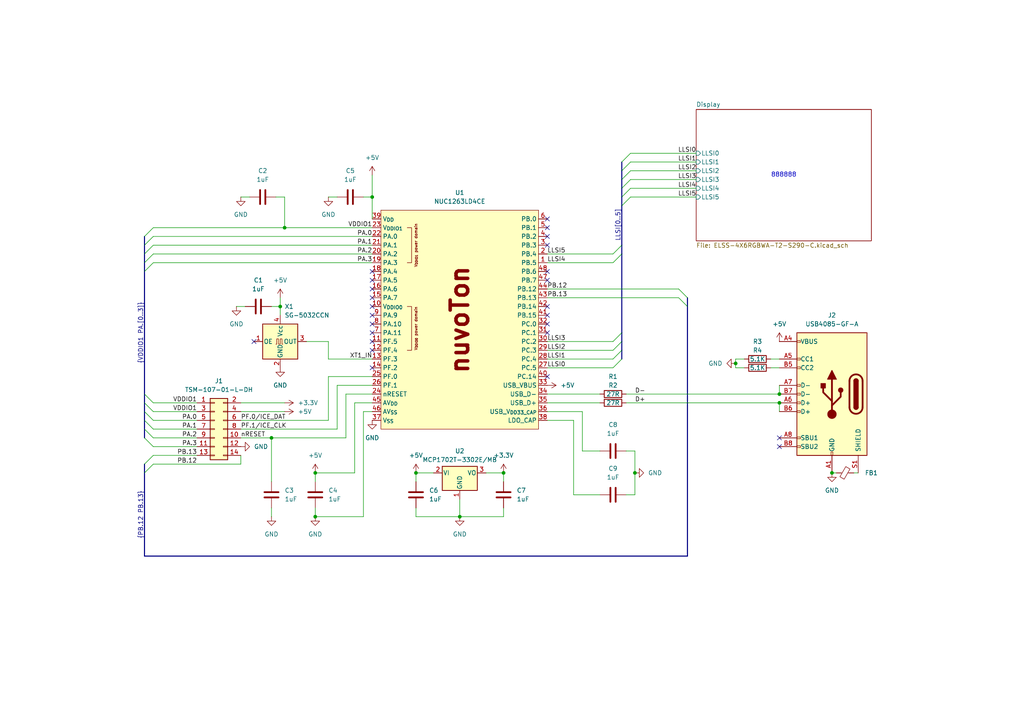
<source format=kicad_sch>
(kicad_sch
	(version 20231120)
	(generator "eeschema")
	(generator_version "8.0")
	(uuid "dee024b0-ad7b-404a-8e7d-4d3093bb2ca0")
	(paper "A4")
	(title_block
		(title "Nuvoton NUC1263 LLSI clock.")
		(date "2025-03-21")
		(rev "1.0")
		(company "DANCHOUZHOU")
		(comment 1 "Copyright © Danny Chou, all rights reserved.")
		(comment 2 "https://github.com/danchouzhou/LLSIClock")
	)
	(lib_symbols
		(symbol "Connector:USB_C_Receptacle_USB2.0_16P"
			(pin_names
				(offset 1.016)
			)
			(exclude_from_sim no)
			(in_bom yes)
			(on_board yes)
			(property "Reference" "J2"
				(at 0 22.86 0)
				(effects
					(font
						(size 1.27 1.27)
					)
				)
			)
			(property "Value" "USB4085-GF-A"
				(at 0 20.32 0)
				(effects
					(font
						(size 1.27 1.27)
					)
				)
			)
			(property "Footprint" "kicad:2137160001_USB4085"
				(at 3.81 0 0)
				(effects
					(font
						(size 1.27 1.27)
					)
					(hide yes)
				)
			)
			(property "Datasheet" "https://www.usb.org/sites/default/files/documents/usb_type-c.zip"
				(at 3.81 0 0)
				(effects
					(font
						(size 1.27 1.27)
					)
					(hide yes)
				)
			)
			(property "Description" "USB 2.0-only 16P Type-C Receptacle connector"
				(at 0 0 0)
				(effects
					(font
						(size 1.27 1.27)
					)
					(hide yes)
				)
			)
			(property "ki_keywords" "usb universal serial bus type-C USB2.0"
				(at 0 0 0)
				(effects
					(font
						(size 1.27 1.27)
					)
					(hide yes)
				)
			)
			(property "ki_fp_filters" "USB*C*Receptacle*"
				(at 0 0 0)
				(effects
					(font
						(size 1.27 1.27)
					)
					(hide yes)
				)
			)
			(symbol "USB_C_Receptacle_USB2.0_16P_0_0"
				(rectangle
					(start -0.254 -17.78)
					(end 0.254 -16.764)
					(stroke
						(width 0)
						(type default)
					)
					(fill
						(type none)
					)
				)
				(rectangle
					(start 10.16 -14.986)
					(end 9.144 -15.494)
					(stroke
						(width 0)
						(type default)
					)
					(fill
						(type none)
					)
				)
				(rectangle
					(start 10.16 -12.446)
					(end 9.144 -12.954)
					(stroke
						(width 0)
						(type default)
					)
					(fill
						(type none)
					)
				)
				(rectangle
					(start 10.16 -4.826)
					(end 9.144 -5.334)
					(stroke
						(width 0)
						(type default)
					)
					(fill
						(type none)
					)
				)
				(rectangle
					(start 10.16 -2.286)
					(end 9.144 -2.794)
					(stroke
						(width 0)
						(type default)
					)
					(fill
						(type none)
					)
				)
				(rectangle
					(start 10.16 0.254)
					(end 9.144 -0.254)
					(stroke
						(width 0)
						(type default)
					)
					(fill
						(type none)
					)
				)
				(rectangle
					(start 10.16 2.794)
					(end 9.144 2.286)
					(stroke
						(width 0)
						(type default)
					)
					(fill
						(type none)
					)
				)
				(rectangle
					(start 10.16 7.874)
					(end 9.144 7.366)
					(stroke
						(width 0)
						(type default)
					)
					(fill
						(type none)
					)
				)
				(rectangle
					(start 10.16 10.414)
					(end 9.144 9.906)
					(stroke
						(width 0)
						(type default)
					)
					(fill
						(type none)
					)
				)
				(rectangle
					(start 10.16 15.494)
					(end 9.144 14.986)
					(stroke
						(width 0)
						(type default)
					)
					(fill
						(type none)
					)
				)
			)
			(symbol "USB_C_Receptacle_USB2.0_16P_0_1"
				(rectangle
					(start -10.16 17.78)
					(end 10.16 -17.78)
					(stroke
						(width 0.254)
						(type default)
					)
					(fill
						(type background)
					)
				)
				(arc
					(start -8.89 -3.81)
					(mid -6.985 -5.7067)
					(end -5.08 -3.81)
					(stroke
						(width 0.508)
						(type default)
					)
					(fill
						(type none)
					)
				)
				(arc
					(start -7.62 -3.81)
					(mid -6.985 -4.4423)
					(end -6.35 -3.81)
					(stroke
						(width 0.254)
						(type default)
					)
					(fill
						(type none)
					)
				)
				(arc
					(start -7.62 -3.81)
					(mid -6.985 -4.4423)
					(end -6.35 -3.81)
					(stroke
						(width 0.254)
						(type default)
					)
					(fill
						(type outline)
					)
				)
				(rectangle
					(start -7.62 -3.81)
					(end -6.35 3.81)
					(stroke
						(width 0.254)
						(type default)
					)
					(fill
						(type outline)
					)
				)
				(arc
					(start -6.35 3.81)
					(mid -6.985 4.4423)
					(end -7.62 3.81)
					(stroke
						(width 0.254)
						(type default)
					)
					(fill
						(type none)
					)
				)
				(arc
					(start -6.35 3.81)
					(mid -6.985 4.4423)
					(end -7.62 3.81)
					(stroke
						(width 0.254)
						(type default)
					)
					(fill
						(type outline)
					)
				)
				(arc
					(start -5.08 3.81)
					(mid -6.985 5.7067)
					(end -8.89 3.81)
					(stroke
						(width 0.508)
						(type default)
					)
					(fill
						(type none)
					)
				)
				(circle
					(center -2.54 1.143)
					(radius 0.635)
					(stroke
						(width 0.254)
						(type default)
					)
					(fill
						(type outline)
					)
				)
				(circle
					(center 0 -5.842)
					(radius 1.27)
					(stroke
						(width 0)
						(type default)
					)
					(fill
						(type outline)
					)
				)
				(polyline
					(pts
						(xy -8.89 -3.81) (xy -8.89 3.81)
					)
					(stroke
						(width 0.508)
						(type default)
					)
					(fill
						(type none)
					)
				)
				(polyline
					(pts
						(xy -5.08 3.81) (xy -5.08 -3.81)
					)
					(stroke
						(width 0.508)
						(type default)
					)
					(fill
						(type none)
					)
				)
				(polyline
					(pts
						(xy 0 -5.842) (xy 0 4.318)
					)
					(stroke
						(width 0.508)
						(type default)
					)
					(fill
						(type none)
					)
				)
				(polyline
					(pts
						(xy 0 -3.302) (xy -2.54 -0.762) (xy -2.54 0.508)
					)
					(stroke
						(width 0.508)
						(type default)
					)
					(fill
						(type none)
					)
				)
				(polyline
					(pts
						(xy 0 -2.032) (xy 2.54 0.508) (xy 2.54 1.778)
					)
					(stroke
						(width 0.508)
						(type default)
					)
					(fill
						(type none)
					)
				)
				(polyline
					(pts
						(xy -1.27 4.318) (xy 0 6.858) (xy 1.27 4.318) (xy -1.27 4.318)
					)
					(stroke
						(width 0.254)
						(type default)
					)
					(fill
						(type outline)
					)
				)
				(rectangle
					(start 1.905 1.778)
					(end 3.175 3.048)
					(stroke
						(width 0.254)
						(type default)
					)
					(fill
						(type outline)
					)
				)
			)
			(symbol "USB_C_Receptacle_USB2.0_16P_1_1"
				(pin power_out line
					(at 0 -22.86 90)
					(length 5.08)
					(name "GND"
						(effects
							(font
								(size 1.27 1.27)
							)
						)
					)
					(number "A1"
						(effects
							(font
								(size 1.27 1.27)
							)
						)
					)
				)
				(pin passive line
					(at 0 -22.86 90)
					(length 5.08) hide
					(name "GND"
						(effects
							(font
								(size 1.27 1.27)
							)
						)
					)
					(number "A12"
						(effects
							(font
								(size 1.27 1.27)
							)
						)
					)
				)
				(pin power_out line
					(at 15.24 15.24 180)
					(length 5.08)
					(name "VBUS"
						(effects
							(font
								(size 1.27 1.27)
							)
						)
					)
					(number "A4"
						(effects
							(font
								(size 1.27 1.27)
							)
						)
					)
				)
				(pin bidirectional line
					(at 15.24 10.16 180)
					(length 5.08)
					(name "CC1"
						(effects
							(font
								(size 1.27 1.27)
							)
						)
					)
					(number "A5"
						(effects
							(font
								(size 1.27 1.27)
							)
						)
					)
				)
				(pin bidirectional line
					(at 15.24 -2.54 180)
					(length 5.08)
					(name "D+"
						(effects
							(font
								(size 1.27 1.27)
							)
						)
					)
					(number "A6"
						(effects
							(font
								(size 1.27 1.27)
							)
						)
					)
				)
				(pin bidirectional line
					(at 15.24 2.54 180)
					(length 5.08)
					(name "D-"
						(effects
							(font
								(size 1.27 1.27)
							)
						)
					)
					(number "A7"
						(effects
							(font
								(size 1.27 1.27)
							)
						)
					)
				)
				(pin bidirectional line
					(at 15.24 -12.7 180)
					(length 5.08)
					(name "SBU1"
						(effects
							(font
								(size 1.27 1.27)
							)
						)
					)
					(number "A8"
						(effects
							(font
								(size 1.27 1.27)
							)
						)
					)
				)
				(pin passive line
					(at 15.24 15.24 180)
					(length 5.08) hide
					(name "VBUS"
						(effects
							(font
								(size 1.27 1.27)
							)
						)
					)
					(number "A9"
						(effects
							(font
								(size 1.27 1.27)
							)
						)
					)
				)
				(pin passive line
					(at 0 -22.86 90)
					(length 5.08) hide
					(name "GND"
						(effects
							(font
								(size 1.27 1.27)
							)
						)
					)
					(number "B1"
						(effects
							(font
								(size 1.27 1.27)
							)
						)
					)
				)
				(pin passive line
					(at 0 -22.86 90)
					(length 5.08) hide
					(name "GND"
						(effects
							(font
								(size 1.27 1.27)
							)
						)
					)
					(number "B12"
						(effects
							(font
								(size 1.27 1.27)
							)
						)
					)
				)
				(pin passive line
					(at 15.24 15.24 180)
					(length 5.08) hide
					(name "VBUS"
						(effects
							(font
								(size 1.27 1.27)
							)
						)
					)
					(number "B4"
						(effects
							(font
								(size 1.27 1.27)
							)
						)
					)
				)
				(pin bidirectional line
					(at 15.24 7.62 180)
					(length 5.08)
					(name "CC2"
						(effects
							(font
								(size 1.27 1.27)
							)
						)
					)
					(number "B5"
						(effects
							(font
								(size 1.27 1.27)
							)
						)
					)
				)
				(pin bidirectional line
					(at 15.24 -5.08 180)
					(length 5.08)
					(name "D+"
						(effects
							(font
								(size 1.27 1.27)
							)
						)
					)
					(number "B6"
						(effects
							(font
								(size 1.27 1.27)
							)
						)
					)
				)
				(pin bidirectional line
					(at 15.24 0 180)
					(length 5.08)
					(name "D-"
						(effects
							(font
								(size 1.27 1.27)
							)
						)
					)
					(number "B7"
						(effects
							(font
								(size 1.27 1.27)
							)
						)
					)
				)
				(pin bidirectional line
					(at 15.24 -15.24 180)
					(length 5.08)
					(name "SBU2"
						(effects
							(font
								(size 1.27 1.27)
							)
						)
					)
					(number "B8"
						(effects
							(font
								(size 1.27 1.27)
							)
						)
					)
				)
				(pin passive line
					(at 15.24 15.24 180)
					(length 5.08) hide
					(name "VBUS"
						(effects
							(font
								(size 1.27 1.27)
							)
						)
					)
					(number "B9"
						(effects
							(font
								(size 1.27 1.27)
							)
						)
					)
				)
				(pin passive line
					(at -7.62 -22.86 90)
					(length 5.08)
					(name "SHIELD"
						(effects
							(font
								(size 1.27 1.27)
							)
						)
					)
					(number "S1"
						(effects
							(font
								(size 1.27 1.27)
							)
						)
					)
				)
			)
		)
		(symbol "Connector_Generic:Conn_02x07_Odd_Even"
			(pin_names
				(offset 1.016) hide)
			(exclude_from_sim no)
			(in_bom yes)
			(on_board yes)
			(property "Reference" "J1"
				(at 1.27 13.97 0)
				(effects
					(font
						(size 1.27 1.27)
					)
				)
			)
			(property "Value" "TSM-107-01-L-DH"
				(at 1.27 11.43 0)
				(effects
					(font
						(size 1.27 1.27)
					)
				)
			)
			(property "Footprint" "kicad:TSM-107-01-L-DH"
				(at 0 0 0)
				(effects
					(font
						(size 1.27 1.27)
					)
					(hide yes)
				)
			)
			(property "Datasheet" "~"
				(at 0 0 0)
				(effects
					(font
						(size 1.27 1.27)
					)
					(hide yes)
				)
			)
			(property "Description" "Generic connector, double row, 02x07, odd/even pin numbering scheme (row 1 odd numbers, row 2 even numbers), script generated (kicad-library-utils/schlib/autogen/connector/)"
				(at 0 0 0)
				(effects
					(font
						(size 1.27 1.27)
					)
					(hide yes)
				)
			)
			(property "ki_keywords" "connector"
				(at 0 0 0)
				(effects
					(font
						(size 1.27 1.27)
					)
					(hide yes)
				)
			)
			(property "ki_fp_filters" "Connector*:*_2x??_*"
				(at 0 0 0)
				(effects
					(font
						(size 1.27 1.27)
					)
					(hide yes)
				)
			)
			(symbol "Conn_02x07_Odd_Even_1_1"
				(rectangle
					(start -1.27 -7.493)
					(end 0 -7.747)
					(stroke
						(width 0.1524)
						(type default)
					)
					(fill
						(type none)
					)
				)
				(rectangle
					(start -1.27 -4.953)
					(end 0 -5.207)
					(stroke
						(width 0.1524)
						(type default)
					)
					(fill
						(type none)
					)
				)
				(rectangle
					(start -1.27 -2.413)
					(end 0 -2.667)
					(stroke
						(width 0.1524)
						(type default)
					)
					(fill
						(type none)
					)
				)
				(rectangle
					(start -1.27 0.127)
					(end 0 -0.127)
					(stroke
						(width 0.1524)
						(type default)
					)
					(fill
						(type none)
					)
				)
				(rectangle
					(start -1.27 2.667)
					(end 0 2.413)
					(stroke
						(width 0.1524)
						(type default)
					)
					(fill
						(type none)
					)
				)
				(rectangle
					(start -1.27 5.207)
					(end 0 4.953)
					(stroke
						(width 0.1524)
						(type default)
					)
					(fill
						(type none)
					)
				)
				(rectangle
					(start -1.27 7.747)
					(end 0 7.493)
					(stroke
						(width 0.1524)
						(type default)
					)
					(fill
						(type none)
					)
				)
				(rectangle
					(start -1.27 8.89)
					(end 3.81 -8.89)
					(stroke
						(width 0.254)
						(type default)
					)
					(fill
						(type background)
					)
				)
				(rectangle
					(start 3.81 -7.493)
					(end 2.54 -7.747)
					(stroke
						(width 0.1524)
						(type default)
					)
					(fill
						(type none)
					)
				)
				(rectangle
					(start 3.81 -4.953)
					(end 2.54 -5.207)
					(stroke
						(width 0.1524)
						(type default)
					)
					(fill
						(type none)
					)
				)
				(rectangle
					(start 3.81 -2.413)
					(end 2.54 -2.667)
					(stroke
						(width 0.1524)
						(type default)
					)
					(fill
						(type none)
					)
				)
				(rectangle
					(start 3.81 0.127)
					(end 2.54 -0.127)
					(stroke
						(width 0.1524)
						(type default)
					)
					(fill
						(type none)
					)
				)
				(rectangle
					(start 3.81 2.667)
					(end 2.54 2.413)
					(stroke
						(width 0.1524)
						(type default)
					)
					(fill
						(type none)
					)
				)
				(rectangle
					(start 3.81 5.207)
					(end 2.54 4.953)
					(stroke
						(width 0.1524)
						(type default)
					)
					(fill
						(type none)
					)
				)
				(rectangle
					(start 3.81 7.747)
					(end 2.54 7.493)
					(stroke
						(width 0.1524)
						(type default)
					)
					(fill
						(type none)
					)
				)
				(pin passive line
					(at -5.08 7.62 0)
					(length 3.81)
					(name "Pin_1"
						(effects
							(font
								(size 1.27 1.27)
							)
						)
					)
					(number "1"
						(effects
							(font
								(size 1.27 1.27)
							)
						)
					)
				)
				(pin passive line
					(at 7.62 -2.54 180)
					(length 3.81)
					(name "Pin_10"
						(effects
							(font
								(size 1.27 1.27)
							)
						)
					)
					(number "10"
						(effects
							(font
								(size 1.27 1.27)
							)
						)
					)
				)
				(pin passive line
					(at -5.08 -5.08 0)
					(length 3.81)
					(name "Pin_11"
						(effects
							(font
								(size 1.27 1.27)
							)
						)
					)
					(number "11"
						(effects
							(font
								(size 1.27 1.27)
							)
						)
					)
				)
				(pin passive line
					(at 7.62 -5.08 180)
					(length 3.81)
					(name "Pin_12"
						(effects
							(font
								(size 1.27 1.27)
							)
						)
					)
					(number "12"
						(effects
							(font
								(size 1.27 1.27)
							)
						)
					)
				)
				(pin passive line
					(at -5.08 -7.62 0)
					(length 3.81)
					(name "Pin_13"
						(effects
							(font
								(size 1.27 1.27)
							)
						)
					)
					(number "13"
						(effects
							(font
								(size 1.27 1.27)
							)
						)
					)
				)
				(pin passive line
					(at 7.62 -7.62 180)
					(length 3.81)
					(name "Pin_14"
						(effects
							(font
								(size 1.27 1.27)
							)
						)
					)
					(number "14"
						(effects
							(font
								(size 1.27 1.27)
							)
						)
					)
				)
				(pin passive line
					(at 7.62 7.62 180)
					(length 3.81)
					(name "Pin_2"
						(effects
							(font
								(size 1.27 1.27)
							)
						)
					)
					(number "2"
						(effects
							(font
								(size 1.27 1.27)
							)
						)
					)
				)
				(pin power_out line
					(at -5.08 5.08 0)
					(length 3.81)
					(name "Pin_3"
						(effects
							(font
								(size 1.27 1.27)
							)
						)
					)
					(number "3"
						(effects
							(font
								(size 1.27 1.27)
							)
						)
					)
				)
				(pin passive line
					(at 7.62 5.08 180)
					(length 3.81)
					(name "Pin_4"
						(effects
							(font
								(size 1.27 1.27)
							)
						)
					)
					(number "4"
						(effects
							(font
								(size 1.27 1.27)
							)
						)
					)
				)
				(pin passive line
					(at -5.08 2.54 0)
					(length 3.81)
					(name "Pin_5"
						(effects
							(font
								(size 1.27 1.27)
							)
						)
					)
					(number "5"
						(effects
							(font
								(size 1.27 1.27)
							)
						)
					)
				)
				(pin passive line
					(at 7.62 2.54 180)
					(length 3.81)
					(name "Pin_6"
						(effects
							(font
								(size 1.27 1.27)
							)
						)
					)
					(number "6"
						(effects
							(font
								(size 1.27 1.27)
							)
						)
					)
				)
				(pin passive line
					(at -5.08 0 0)
					(length 3.81)
					(name "Pin_7"
						(effects
							(font
								(size 1.27 1.27)
							)
						)
					)
					(number "7"
						(effects
							(font
								(size 1.27 1.27)
							)
						)
					)
				)
				(pin passive line
					(at 7.62 0 180)
					(length 3.81)
					(name "Pin_8"
						(effects
							(font
								(size 1.27 1.27)
							)
						)
					)
					(number "8"
						(effects
							(font
								(size 1.27 1.27)
							)
						)
					)
				)
				(pin passive line
					(at -5.08 -2.54 0)
					(length 3.81)
					(name "Pin_9"
						(effects
							(font
								(size 1.27 1.27)
							)
						)
					)
					(number "9"
						(effects
							(font
								(size 1.27 1.27)
							)
						)
					)
				)
			)
		)
		(symbol "Device:C"
			(pin_numbers hide)
			(pin_names
				(offset 0.254)
			)
			(exclude_from_sim no)
			(in_bom yes)
			(on_board yes)
			(property "Reference" "C"
				(at 0.635 2.54 0)
				(effects
					(font
						(size 1.27 1.27)
					)
					(justify left)
				)
			)
			(property "Value" "C"
				(at 0.635 -2.54 0)
				(effects
					(font
						(size 1.27 1.27)
					)
					(justify left)
				)
			)
			(property "Footprint" ""
				(at 0.9652 -3.81 0)
				(effects
					(font
						(size 1.27 1.27)
					)
					(hide yes)
				)
			)
			(property "Datasheet" "~"
				(at 0 0 0)
				(effects
					(font
						(size 1.27 1.27)
					)
					(hide yes)
				)
			)
			(property "Description" "Unpolarized capacitor"
				(at 0 0 0)
				(effects
					(font
						(size 1.27 1.27)
					)
					(hide yes)
				)
			)
			(property "ki_keywords" "cap capacitor"
				(at 0 0 0)
				(effects
					(font
						(size 1.27 1.27)
					)
					(hide yes)
				)
			)
			(property "ki_fp_filters" "C_*"
				(at 0 0 0)
				(effects
					(font
						(size 1.27 1.27)
					)
					(hide yes)
				)
			)
			(symbol "C_0_1"
				(polyline
					(pts
						(xy -2.032 -0.762) (xy 2.032 -0.762)
					)
					(stroke
						(width 0.508)
						(type default)
					)
					(fill
						(type none)
					)
				)
				(polyline
					(pts
						(xy -2.032 0.762) (xy 2.032 0.762)
					)
					(stroke
						(width 0.508)
						(type default)
					)
					(fill
						(type none)
					)
				)
			)
			(symbol "C_1_1"
				(pin passive line
					(at 0 3.81 270)
					(length 2.794)
					(name "~"
						(effects
							(font
								(size 1.27 1.27)
							)
						)
					)
					(number "1"
						(effects
							(font
								(size 1.27 1.27)
							)
						)
					)
				)
				(pin passive line
					(at 0 -3.81 90)
					(length 2.794)
					(name "~"
						(effects
							(font
								(size 1.27 1.27)
							)
						)
					)
					(number "2"
						(effects
							(font
								(size 1.27 1.27)
							)
						)
					)
				)
			)
		)
		(symbol "Device:FerriteBead_Small"
			(pin_numbers hide)
			(pin_names
				(offset 0)
			)
			(exclude_from_sim no)
			(in_bom yes)
			(on_board yes)
			(property "Reference" "FB"
				(at 1.905 1.27 0)
				(effects
					(font
						(size 1.27 1.27)
					)
					(justify left)
				)
			)
			(property "Value" "FerriteBead_Small"
				(at 1.905 -1.27 0)
				(effects
					(font
						(size 1.27 1.27)
					)
					(justify left)
				)
			)
			(property "Footprint" ""
				(at -1.778 0 90)
				(effects
					(font
						(size 1.27 1.27)
					)
					(hide yes)
				)
			)
			(property "Datasheet" "~"
				(at 0 0 0)
				(effects
					(font
						(size 1.27 1.27)
					)
					(hide yes)
				)
			)
			(property "Description" "Ferrite bead, small symbol"
				(at 0 0 0)
				(effects
					(font
						(size 1.27 1.27)
					)
					(hide yes)
				)
			)
			(property "ki_keywords" "L ferrite bead inductor filter"
				(at 0 0 0)
				(effects
					(font
						(size 1.27 1.27)
					)
					(hide yes)
				)
			)
			(property "ki_fp_filters" "Inductor_* L_* *Ferrite*"
				(at 0 0 0)
				(effects
					(font
						(size 1.27 1.27)
					)
					(hide yes)
				)
			)
			(symbol "FerriteBead_Small_0_1"
				(polyline
					(pts
						(xy 0 -1.27) (xy 0 -0.7874)
					)
					(stroke
						(width 0)
						(type default)
					)
					(fill
						(type none)
					)
				)
				(polyline
					(pts
						(xy 0 0.889) (xy 0 1.2954)
					)
					(stroke
						(width 0)
						(type default)
					)
					(fill
						(type none)
					)
				)
				(polyline
					(pts
						(xy -1.8288 0.2794) (xy -1.1176 1.4986) (xy 1.8288 -0.2032) (xy 1.1176 -1.4224) (xy -1.8288 0.2794)
					)
					(stroke
						(width 0)
						(type default)
					)
					(fill
						(type none)
					)
				)
			)
			(symbol "FerriteBead_Small_1_1"
				(pin passive line
					(at 0 2.54 270)
					(length 1.27)
					(name "~"
						(effects
							(font
								(size 1.27 1.27)
							)
						)
					)
					(number "1"
						(effects
							(font
								(size 1.27 1.27)
							)
						)
					)
				)
				(pin passive line
					(at 0 -2.54 90)
					(length 1.27)
					(name "~"
						(effects
							(font
								(size 1.27 1.27)
							)
						)
					)
					(number "2"
						(effects
							(font
								(size 1.27 1.27)
							)
						)
					)
				)
			)
		)
		(symbol "Device:R"
			(pin_numbers hide)
			(pin_names
				(offset 0)
			)
			(exclude_from_sim no)
			(in_bom yes)
			(on_board yes)
			(property "Reference" "R"
				(at 2.032 0 90)
				(effects
					(font
						(size 1.27 1.27)
					)
				)
			)
			(property "Value" "R"
				(at 0 0 90)
				(effects
					(font
						(size 1.27 1.27)
					)
				)
			)
			(property "Footprint" ""
				(at -1.778 0 90)
				(effects
					(font
						(size 1.27 1.27)
					)
					(hide yes)
				)
			)
			(property "Datasheet" "~"
				(at 0 0 0)
				(effects
					(font
						(size 1.27 1.27)
					)
					(hide yes)
				)
			)
			(property "Description" "Resistor"
				(at 0 0 0)
				(effects
					(font
						(size 1.27 1.27)
					)
					(hide yes)
				)
			)
			(property "ki_keywords" "R res resistor"
				(at 0 0 0)
				(effects
					(font
						(size 1.27 1.27)
					)
					(hide yes)
				)
			)
			(property "ki_fp_filters" "R_*"
				(at 0 0 0)
				(effects
					(font
						(size 1.27 1.27)
					)
					(hide yes)
				)
			)
			(symbol "R_0_1"
				(rectangle
					(start -1.016 -2.54)
					(end 1.016 2.54)
					(stroke
						(width 0.254)
						(type default)
					)
					(fill
						(type none)
					)
				)
			)
			(symbol "R_1_1"
				(pin passive line
					(at 0 3.81 270)
					(length 1.27)
					(name "~"
						(effects
							(font
								(size 1.27 1.27)
							)
						)
					)
					(number "1"
						(effects
							(font
								(size 1.27 1.27)
							)
						)
					)
				)
				(pin passive line
					(at 0 -3.81 90)
					(length 1.27)
					(name "~"
						(effects
							(font
								(size 1.27 1.27)
							)
						)
					)
					(number "2"
						(effects
							(font
								(size 1.27 1.27)
							)
						)
					)
				)
			)
		)
		(symbol "NUC1263LD4CE:NUC1263LD4CE"
			(exclude_from_sim no)
			(in_bom yes)
			(on_board yes)
			(property "Reference" "U"
				(at 25.4 7.62 0)
				(effects
					(font
						(size 1.27 1.27)
					)
				)
			)
			(property "Value" "NUC1263LD4CE"
				(at 25.4 5.08 0)
				(effects
					(font
						(size 1.27 1.27)
					)
				)
			)
			(property "Footprint" "Package_QFP:LQFP-48_7x7mm_P0.5mm"
				(at 0 0 0)
				(effects
					(font
						(size 1.27 1.27)
					)
					(hide yes)
				)
			)
			(property "Datasheet" "https://www.nuvoton.com/export/resource-files/en-us--TRM_Nuc1263_Series_EN_Rev1.01.pdf"
				(at 0 0 0)
				(effects
					(font
						(size 1.27 1.27)
					)
					(hide yes)
				)
			)
			(property "Description" ""
				(at 50.8 -12.7 0)
				(effects
					(font
						(size 1.27 1.27)
					)
					(hide yes)
				)
			)
			(symbol "NUC1263LD4CE_0_0"
				(pin bidirectional line
					(at 50.8 -12.7 180)
					(length 2.54)
					(name "PB.5"
						(effects
							(font
								(size 1.27 1.27)
							)
						)
					)
					(number "1"
						(effects
							(font
								(size 1.27 1.27)
							)
						)
					)
				)
				(pin bidirectional line
					(at 0 -35.56 0)
					(length 2.54)
					(name "PF.5"
						(effects
							(font
								(size 1.27 1.27)
							)
						)
					)
					(number "11"
						(effects
							(font
								(size 1.27 1.27)
							)
						)
					)
				)
				(pin bidirectional line
					(at 0 -38.1 0)
					(length 2.54)
					(name "PF.4"
						(effects
							(font
								(size 1.27 1.27)
							)
						)
					)
					(number "12"
						(effects
							(font
								(size 1.27 1.27)
							)
						)
					)
				)
				(pin bidirectional line
					(at 0 -40.64 0)
					(length 2.54)
					(name "PF.3"
						(effects
							(font
								(size 1.27 1.27)
							)
						)
					)
					(number "13"
						(effects
							(font
								(size 1.27 1.27)
							)
						)
					)
				)
				(pin bidirectional line
					(at 0 -43.18 0)
					(length 2.54)
					(name "PF.2"
						(effects
							(font
								(size 1.27 1.27)
							)
						)
					)
					(number "14"
						(effects
							(font
								(size 1.27 1.27)
							)
						)
					)
				)
				(pin bidirectional line
					(at 0 -22.86 0)
					(length 2.54)
					(name "PA.7"
						(effects
							(font
								(size 1.27 1.27)
							)
						)
					)
					(number "15"
						(effects
							(font
								(size 1.27 1.27)
							)
						)
					)
				)
				(pin bidirectional line
					(at 0 -20.32 0)
					(length 2.54)
					(name "PA.6"
						(effects
							(font
								(size 1.27 1.27)
							)
						)
					)
					(number "16"
						(effects
							(font
								(size 1.27 1.27)
							)
						)
					)
				)
				(pin bidirectional line
					(at 0 -17.78 0)
					(length 2.54)
					(name "PA.5"
						(effects
							(font
								(size 1.27 1.27)
							)
						)
					)
					(number "17"
						(effects
							(font
								(size 1.27 1.27)
							)
						)
					)
				)
				(pin bidirectional line
					(at 0 -15.24 0)
					(length 2.54)
					(name "PA.4"
						(effects
							(font
								(size 1.27 1.27)
							)
						)
					)
					(number "18"
						(effects
							(font
								(size 1.27 1.27)
							)
						)
					)
				)
				(pin bidirectional line
					(at 0 -12.7 0)
					(length 2.54)
					(name "PA.3"
						(effects
							(font
								(size 1.27 1.27)
							)
						)
					)
					(number "19"
						(effects
							(font
								(size 1.27 1.27)
							)
						)
					)
				)
				(pin bidirectional line
					(at 50.8 -10.16 180)
					(length 2.54)
					(name "PB.4"
						(effects
							(font
								(size 1.27 1.27)
							)
						)
					)
					(number "2"
						(effects
							(font
								(size 1.27 1.27)
							)
						)
					)
				)
				(pin bidirectional line
					(at 0 -10.16 0)
					(length 2.54)
					(name "PA.2"
						(effects
							(font
								(size 1.27 1.27)
							)
						)
					)
					(number "20"
						(effects
							(font
								(size 1.27 1.27)
							)
						)
					)
				)
				(pin bidirectional line
					(at 0 -7.62 0)
					(length 2.54)
					(name "PA.1"
						(effects
							(font
								(size 1.27 1.27)
							)
						)
					)
					(number "21"
						(effects
							(font
								(size 1.27 1.27)
							)
						)
					)
				)
				(pin bidirectional line
					(at 0 -5.08 0)
					(length 2.54)
					(name "PA.0"
						(effects
							(font
								(size 1.27 1.27)
							)
						)
					)
					(number "22"
						(effects
							(font
								(size 1.27 1.27)
							)
						)
					)
				)
				(pin bidirectional line
					(at 0 -50.8 0)
					(length 2.54)
					(name "nRESET"
						(effects
							(font
								(size 1.27 1.27)
							)
						)
					)
					(number "24"
						(effects
							(font
								(size 1.27 1.27)
							)
						)
					)
				)
				(pin bidirectional line
					(at 0 -45.72 0)
					(length 2.54)
					(name "PF.0"
						(effects
							(font
								(size 1.27 1.27)
							)
						)
					)
					(number "25"
						(effects
							(font
								(size 1.27 1.27)
							)
						)
					)
				)
				(pin bidirectional line
					(at 0 -48.26 0)
					(length 2.54)
					(name "PF.1"
						(effects
							(font
								(size 1.27 1.27)
							)
						)
					)
					(number "26"
						(effects
							(font
								(size 1.27 1.27)
							)
						)
					)
				)
				(pin bidirectional line
					(at 50.8 -43.18 180)
					(length 2.54)
					(name "PC.5"
						(effects
							(font
								(size 1.27 1.27)
							)
						)
					)
					(number "27"
						(effects
							(font
								(size 1.27 1.27)
							)
						)
					)
				)
				(pin bidirectional line
					(at 50.8 -40.64 180)
					(length 2.54)
					(name "PC.4"
						(effects
							(font
								(size 1.27 1.27)
							)
						)
					)
					(number "28"
						(effects
							(font
								(size 1.27 1.27)
							)
						)
					)
				)
				(pin bidirectional line
					(at 50.8 -38.1 180)
					(length 2.54)
					(name "PC.3"
						(effects
							(font
								(size 1.27 1.27)
							)
						)
					)
					(number "29"
						(effects
							(font
								(size 1.27 1.27)
							)
						)
					)
				)
				(pin bidirectional line
					(at 50.8 -7.62 180)
					(length 2.54)
					(name "PB.3"
						(effects
							(font
								(size 1.27 1.27)
							)
						)
					)
					(number "3"
						(effects
							(font
								(size 1.27 1.27)
							)
						)
					)
				)
				(pin bidirectional line
					(at 50.8 -35.56 180)
					(length 2.54)
					(name "PC.2"
						(effects
							(font
								(size 1.27 1.27)
							)
						)
					)
					(number "30"
						(effects
							(font
								(size 1.27 1.27)
							)
						)
					)
				)
				(pin bidirectional line
					(at 50.8 -33.02 180)
					(length 2.54)
					(name "PC.1"
						(effects
							(font
								(size 1.27 1.27)
							)
						)
					)
					(number "31"
						(effects
							(font
								(size 1.27 1.27)
							)
						)
					)
				)
				(pin bidirectional line
					(at 50.8 -30.48 180)
					(length 2.54)
					(name "PC.0"
						(effects
							(font
								(size 1.27 1.27)
							)
						)
					)
					(number "32"
						(effects
							(font
								(size 1.27 1.27)
							)
						)
					)
				)
				(pin bidirectional line
					(at 50.8 -50.8 180)
					(length 2.54)
					(name "USB_D-"
						(effects
							(font
								(size 1.27 1.27)
							)
						)
					)
					(number "34"
						(effects
							(font
								(size 1.27 1.27)
							)
						)
					)
				)
				(pin bidirectional line
					(at 50.8 -53.34 180)
					(length 2.54)
					(name "USB_D+"
						(effects
							(font
								(size 1.27 1.27)
							)
						)
					)
					(number "35"
						(effects
							(font
								(size 1.27 1.27)
							)
						)
					)
				)
				(pin bidirectional line
					(at 50.8 -58.42 180)
					(length 2.54)
					(name "LDO_CAP"
						(effects
							(font
								(size 1.27 1.27)
							)
						)
					)
					(number "38"
						(effects
							(font
								(size 1.27 1.27)
							)
						)
					)
				)
				(pin bidirectional line
					(at 50.8 -5.08 180)
					(length 2.54)
					(name "PB.2"
						(effects
							(font
								(size 1.27 1.27)
							)
						)
					)
					(number "4"
						(effects
							(font
								(size 1.27 1.27)
							)
						)
					)
				)
				(pin bidirectional line
					(at 50.8 -45.72 180)
					(length 2.54)
					(name "PC.14"
						(effects
							(font
								(size 1.27 1.27)
							)
						)
					)
					(number "40"
						(effects
							(font
								(size 1.27 1.27)
							)
						)
					)
				)
				(pin bidirectional line
					(at 50.8 -27.94 180)
					(length 2.54)
					(name "PB.15"
						(effects
							(font
								(size 1.27 1.27)
							)
						)
					)
					(number "41"
						(effects
							(font
								(size 1.27 1.27)
							)
						)
					)
				)
				(pin bidirectional line
					(at 50.8 -25.4 180)
					(length 2.54)
					(name "PB.14"
						(effects
							(font
								(size 1.27 1.27)
							)
						)
					)
					(number "42"
						(effects
							(font
								(size 1.27 1.27)
							)
						)
					)
				)
				(pin bidirectional line
					(at 50.8 -22.86 180)
					(length 2.54)
					(name "PB.13"
						(effects
							(font
								(size 1.27 1.27)
							)
						)
					)
					(number "43"
						(effects
							(font
								(size 1.27 1.27)
							)
						)
					)
				)
				(pin bidirectional line
					(at 50.8 -20.32 180)
					(length 2.54)
					(name "PB.12"
						(effects
							(font
								(size 1.27 1.27)
							)
						)
					)
					(number "44"
						(effects
							(font
								(size 1.27 1.27)
							)
						)
					)
				)
				(pin bidirectional line
					(at 50.8 -17.78 180)
					(length 2.54)
					(name "PB.7"
						(effects
							(font
								(size 1.27 1.27)
							)
						)
					)
					(number "47"
						(effects
							(font
								(size 1.27 1.27)
							)
						)
					)
				)
				(pin bidirectional line
					(at 50.8 -15.24 180)
					(length 2.54)
					(name "PB.6"
						(effects
							(font
								(size 1.27 1.27)
							)
						)
					)
					(number "48"
						(effects
							(font
								(size 1.27 1.27)
							)
						)
					)
				)
				(pin bidirectional line
					(at 50.8 -2.54 180)
					(length 2.54)
					(name "PB.1"
						(effects
							(font
								(size 1.27 1.27)
							)
						)
					)
					(number "5"
						(effects
							(font
								(size 1.27 1.27)
							)
						)
					)
				)
				(pin bidirectional line
					(at 50.8 0 180)
					(length 2.54)
					(name "PB.0"
						(effects
							(font
								(size 1.27 1.27)
							)
						)
					)
					(number "6"
						(effects
							(font
								(size 1.27 1.27)
							)
						)
					)
				)
				(pin bidirectional line
					(at 0 -33.02 0)
					(length 2.54)
					(name "PA.11"
						(effects
							(font
								(size 1.27 1.27)
							)
						)
					)
					(number "7"
						(effects
							(font
								(size 1.27 1.27)
							)
						)
					)
				)
				(pin bidirectional line
					(at 0 -30.48 0)
					(length 2.54)
					(name "PA.10"
						(effects
							(font
								(size 1.27 1.27)
							)
						)
					)
					(number "8"
						(effects
							(font
								(size 1.27 1.27)
							)
						)
					)
				)
				(pin bidirectional line
					(at 0 -27.94 0)
					(length 2.54)
					(name "PA.9"
						(effects
							(font
								(size 1.27 1.27)
							)
						)
					)
					(number "9"
						(effects
							(font
								(size 1.27 1.27)
							)
						)
					)
				)
			)
			(symbol "NUC1263LD4CE_0_1"
				(polyline
					(pts
						(xy 10.16 -25.4) (xy 11.43 -25.4) (xy 11.43 -38.1) (xy 10.16 -38.1)
					)
					(stroke
						(width 0)
						(type default)
					)
					(fill
						(type none)
					)
				)
				(polyline
					(pts
						(xy 10.16 -2.54) (xy 11.43 -2.54) (xy 11.43 -12.7) (xy 10.16 -12.7)
					)
					(stroke
						(width 0)
						(type default)
					)
					(fill
						(type none)
					)
				)
			)
			(symbol "NUC1263LD4CE_1_0"
				(pin power_in line
					(at 0 -25.4 0)
					(length 2.54)
					(name "V_{DDIO0}"
						(effects
							(font
								(size 1.27 1.27)
							)
						)
					)
					(number "10"
						(effects
							(font
								(size 1.27 1.27)
							)
						)
					)
				)
				(pin power_in line
					(at 0 -2.54 0)
					(length 2.54)
					(name "V_{DDIO1}"
						(effects
							(font
								(size 1.27 1.27)
							)
						)
					)
					(number "23"
						(effects
							(font
								(size 1.27 1.27)
							)
						)
					)
				)
				(pin power_in line
					(at 50.8 -48.26 180)
					(length 2.54)
					(name "USB_VBUS"
						(effects
							(font
								(size 1.27 1.27)
							)
						)
					)
					(number "33"
						(effects
							(font
								(size 1.27 1.27)
							)
						)
					)
				)
				(pin bidirectional line
					(at 50.8 -55.88 180)
					(length 2.54)
					(name "USB_V_{DD33_CAP}"
						(effects
							(font
								(size 1.27 1.27)
							)
						)
					)
					(number "36"
						(effects
							(font
								(size 1.27 1.27)
							)
						)
					)
				)
				(pin power_in line
					(at 0 -58.42 0)
					(length 2.54)
					(name "V_{SS}"
						(effects
							(font
								(size 1.27 1.27)
							)
						)
					)
					(number "37"
						(effects
							(font
								(size 1.27 1.27)
							)
						)
					)
				)
				(pin power_in line
					(at 0 0 0)
					(length 2.54)
					(name "V_{DD}"
						(effects
							(font
								(size 1.27 1.27)
							)
						)
					)
					(number "39"
						(effects
							(font
								(size 1.27 1.27)
							)
						)
					)
				)
				(pin power_in line
					(at 0 -53.34 0)
					(length 2.54)
					(name "AV_{DD}"
						(effects
							(font
								(size 1.27 1.27)
							)
						)
					)
					(number "45"
						(effects
							(font
								(size 1.27 1.27)
							)
						)
					)
				)
				(pin power_in line
					(at 0 -55.88 0)
					(length 2.54)
					(name "AV_{SS}"
						(effects
							(font
								(size 1.27 1.27)
							)
						)
					)
					(number "46"
						(effects
							(font
								(size 1.27 1.27)
							)
						)
					)
				)
			)
			(symbol "NUC1263LD4CE_1_1"
				(rectangle
					(start 2.54 2.54)
					(end 48.26 -60.96)
					(stroke
						(width 0)
						(type default)
					)
					(fill
						(type background)
					)
				)
				(text "nuvoTon"
					(at 25.4 -29.21 900)
					(effects
						(font
							(size 5.08 5.08)
							(thickness 1.016)
							(bold yes)
						)
					)
				)
				(text "V_{DDIO0} power domain"
					(at 12.7 -31.75 900)
					(effects
						(font
							(size 0.8 0.8)
						)
					)
				)
				(text "V_{DDIO1} power domain"
					(at 12.7 -7.62 900)
					(effects
						(font
							(size 0.8 0.8)
						)
					)
				)
			)
		)
		(symbol "Oscillator:SG-5032CCN"
			(pin_names
				(offset 0.254)
			)
			(exclude_from_sim no)
			(in_bom yes)
			(on_board yes)
			(property "Reference" "Y"
				(at -5.08 6.35 0)
				(effects
					(font
						(size 1.27 1.27)
					)
					(justify left)
				)
			)
			(property "Value" "SG-5032CCN"
				(at 1.27 -6.35 0)
				(effects
					(font
						(size 1.27 1.27)
					)
					(justify left)
				)
			)
			(property "Footprint" "Oscillator:Oscillator_SMD_SeikoEpson_SG8002LB-4Pin_5.0x3.2mm"
				(at 17.78 -8.89 0)
				(effects
					(font
						(size 1.27 1.27)
					)
					(hide yes)
				)
			)
			(property "Datasheet" "https://support.epson.biz/td/api/doc_check.php?dl=brief_SG5032CCN&lang=en"
				(at -2.54 0 0)
				(effects
					(font
						(size 1.27 1.27)
					)
					(hide yes)
				)
			)
			(property "Description" "CMOS Clock Oscillator 2.5 to 50 MHz"
				(at 0 0 0)
				(effects
					(font
						(size 1.27 1.27)
					)
					(hide yes)
				)
			)
			(property "ki_keywords" "Crystal Clock Oscillator"
				(at 0 0 0)
				(effects
					(font
						(size 1.27 1.27)
					)
					(hide yes)
				)
			)
			(property "ki_fp_filters" "Oscillator*SMD*SeikoEpson*SG8002LB*5.0x3.2mm*"
				(at 0 0 0)
				(effects
					(font
						(size 1.27 1.27)
					)
					(hide yes)
				)
			)
			(symbol "SG-5032CCN_0_1"
				(rectangle
					(start -5.08 5.08)
					(end 5.08 -5.08)
					(stroke
						(width 0.254)
						(type default)
					)
					(fill
						(type background)
					)
				)
				(polyline
					(pts
						(xy -1.27 -0.762) (xy -1.016 -0.762) (xy -1.016 0.762) (xy -0.508 0.762) (xy -0.508 -0.762) (xy 0 -0.762)
						(xy 0 0.762) (xy 0.508 0.762) (xy 0.508 -0.762) (xy 0.762 -0.762)
					)
					(stroke
						(width 0)
						(type default)
					)
					(fill
						(type none)
					)
				)
			)
			(symbol "SG-5032CCN_1_1"
				(pin input line
					(at -7.62 0 0)
					(length 2.54)
					(name "OE"
						(effects
							(font
								(size 1.27 1.27)
							)
						)
					)
					(number "1"
						(effects
							(font
								(size 1.27 1.27)
							)
						)
					)
				)
				(pin power_in line
					(at 0 -7.62 90)
					(length 2.54)
					(name "GND"
						(effects
							(font
								(size 1.27 1.27)
							)
						)
					)
					(number "2"
						(effects
							(font
								(size 1.27 1.27)
							)
						)
					)
				)
				(pin output line
					(at 7.62 0 180)
					(length 2.54)
					(name "OUT"
						(effects
							(font
								(size 1.27 1.27)
							)
						)
					)
					(number "3"
						(effects
							(font
								(size 1.27 1.27)
							)
						)
					)
				)
				(pin power_in line
					(at 0 7.62 270)
					(length 2.54)
					(name "Vcc"
						(effects
							(font
								(size 1.27 1.27)
							)
						)
					)
					(number "4"
						(effects
							(font
								(size 1.27 1.27)
							)
						)
					)
				)
			)
		)
		(symbol "Regulator_Linear:MCP1700x-330xxMB"
			(pin_names
				(offset 0.254)
			)
			(exclude_from_sim no)
			(in_bom yes)
			(on_board yes)
			(property "Reference" "U"
				(at -3.81 3.175 0)
				(effects
					(font
						(size 1.27 1.27)
					)
				)
			)
			(property "Value" "MCP1700x-330xxMB"
				(at 0 3.175 0)
				(effects
					(font
						(size 1.27 1.27)
					)
					(justify left)
				)
			)
			(property "Footprint" "Package_TO_SOT_SMD:SOT-89-3"
				(at 0 5.08 0)
				(effects
					(font
						(size 1.27 1.27)
					)
					(hide yes)
				)
			)
			(property "Datasheet" "http://ww1.microchip.com/downloads/en/DeviceDoc/20001826D.pdf"
				(at 0 -1.27 0)
				(effects
					(font
						(size 1.27 1.27)
					)
					(hide yes)
				)
			)
			(property "Description" "250mA Low Quiscent Current LDO, 3.3V output, SOT-89"
				(at 0 0 0)
				(effects
					(font
						(size 1.27 1.27)
					)
					(hide yes)
				)
			)
			(property "ki_keywords" "regulator linear ldo"
				(at 0 0 0)
				(effects
					(font
						(size 1.27 1.27)
					)
					(hide yes)
				)
			)
			(property "ki_fp_filters" "SOT?89*"
				(at 0 0 0)
				(effects
					(font
						(size 1.27 1.27)
					)
					(hide yes)
				)
			)
			(symbol "MCP1700x-330xxMB_0_1"
				(rectangle
					(start -5.08 -5.08)
					(end 5.08 1.905)
					(stroke
						(width 0.254)
						(type default)
					)
					(fill
						(type background)
					)
				)
			)
			(symbol "MCP1700x-330xxMB_1_1"
				(pin power_in line
					(at 0 -7.62 90)
					(length 2.54)
					(name "GND"
						(effects
							(font
								(size 1.27 1.27)
							)
						)
					)
					(number "1"
						(effects
							(font
								(size 1.27 1.27)
							)
						)
					)
				)
				(pin power_in line
					(at -7.62 0 0)
					(length 2.54)
					(name "VI"
						(effects
							(font
								(size 1.27 1.27)
							)
						)
					)
					(number "2"
						(effects
							(font
								(size 1.27 1.27)
							)
						)
					)
				)
				(pin power_out line
					(at 7.62 0 180)
					(length 2.54)
					(name "VO"
						(effects
							(font
								(size 1.27 1.27)
							)
						)
					)
					(number "3"
						(effects
							(font
								(size 1.27 1.27)
							)
						)
					)
				)
			)
		)
		(symbol "power:+3.3V"
			(power)
			(pin_numbers hide)
			(pin_names
				(offset 0) hide)
			(exclude_from_sim no)
			(in_bom yes)
			(on_board yes)
			(property "Reference" "#PWR"
				(at 0 -3.81 0)
				(effects
					(font
						(size 1.27 1.27)
					)
					(hide yes)
				)
			)
			(property "Value" "+3.3V"
				(at 0 3.556 0)
				(effects
					(font
						(size 1.27 1.27)
					)
				)
			)
			(property "Footprint" ""
				(at 0 0 0)
				(effects
					(font
						(size 1.27 1.27)
					)
					(hide yes)
				)
			)
			(property "Datasheet" ""
				(at 0 0 0)
				(effects
					(font
						(size 1.27 1.27)
					)
					(hide yes)
				)
			)
			(property "Description" "Power symbol creates a global label with name \"+3.3V\""
				(at 0 0 0)
				(effects
					(font
						(size 1.27 1.27)
					)
					(hide yes)
				)
			)
			(property "ki_keywords" "global power"
				(at 0 0 0)
				(effects
					(font
						(size 1.27 1.27)
					)
					(hide yes)
				)
			)
			(symbol "+3.3V_0_1"
				(polyline
					(pts
						(xy -0.762 1.27) (xy 0 2.54)
					)
					(stroke
						(width 0)
						(type default)
					)
					(fill
						(type none)
					)
				)
				(polyline
					(pts
						(xy 0 0) (xy 0 2.54)
					)
					(stroke
						(width 0)
						(type default)
					)
					(fill
						(type none)
					)
				)
				(polyline
					(pts
						(xy 0 2.54) (xy 0.762 1.27)
					)
					(stroke
						(width 0)
						(type default)
					)
					(fill
						(type none)
					)
				)
			)
			(symbol "+3.3V_1_1"
				(pin power_in line
					(at 0 0 90)
					(length 0)
					(name "~"
						(effects
							(font
								(size 1.27 1.27)
							)
						)
					)
					(number "1"
						(effects
							(font
								(size 1.27 1.27)
							)
						)
					)
				)
			)
		)
		(symbol "power:+5V"
			(power)
			(pin_numbers hide)
			(pin_names
				(offset 0) hide)
			(exclude_from_sim no)
			(in_bom yes)
			(on_board yes)
			(property "Reference" "#PWR"
				(at 0 -3.81 0)
				(effects
					(font
						(size 1.27 1.27)
					)
					(hide yes)
				)
			)
			(property "Value" "+5V"
				(at 0 3.556 0)
				(effects
					(font
						(size 1.27 1.27)
					)
				)
			)
			(property "Footprint" ""
				(at 0 0 0)
				(effects
					(font
						(size 1.27 1.27)
					)
					(hide yes)
				)
			)
			(property "Datasheet" ""
				(at 0 0 0)
				(effects
					(font
						(size 1.27 1.27)
					)
					(hide yes)
				)
			)
			(property "Description" "Power symbol creates a global label with name \"+5V\""
				(at 0 0 0)
				(effects
					(font
						(size 1.27 1.27)
					)
					(hide yes)
				)
			)
			(property "ki_keywords" "global power"
				(at 0 0 0)
				(effects
					(font
						(size 1.27 1.27)
					)
					(hide yes)
				)
			)
			(symbol "+5V_0_1"
				(polyline
					(pts
						(xy -0.762 1.27) (xy 0 2.54)
					)
					(stroke
						(width 0)
						(type default)
					)
					(fill
						(type none)
					)
				)
				(polyline
					(pts
						(xy 0 0) (xy 0 2.54)
					)
					(stroke
						(width 0)
						(type default)
					)
					(fill
						(type none)
					)
				)
				(polyline
					(pts
						(xy 0 2.54) (xy 0.762 1.27)
					)
					(stroke
						(width 0)
						(type default)
					)
					(fill
						(type none)
					)
				)
			)
			(symbol "+5V_1_1"
				(pin power_in line
					(at 0 0 90)
					(length 0)
					(name "~"
						(effects
							(font
								(size 1.27 1.27)
							)
						)
					)
					(number "1"
						(effects
							(font
								(size 1.27 1.27)
							)
						)
					)
				)
			)
		)
		(symbol "power:GND"
			(power)
			(pin_numbers hide)
			(pin_names
				(offset 0) hide)
			(exclude_from_sim no)
			(in_bom yes)
			(on_board yes)
			(property "Reference" "#PWR"
				(at 0 -6.35 0)
				(effects
					(font
						(size 1.27 1.27)
					)
					(hide yes)
				)
			)
			(property "Value" "GND"
				(at 0 -3.81 0)
				(effects
					(font
						(size 1.27 1.27)
					)
				)
			)
			(property "Footprint" ""
				(at 0 0 0)
				(effects
					(font
						(size 1.27 1.27)
					)
					(hide yes)
				)
			)
			(property "Datasheet" ""
				(at 0 0 0)
				(effects
					(font
						(size 1.27 1.27)
					)
					(hide yes)
				)
			)
			(property "Description" "Power symbol creates a global label with name \"GND\" , ground"
				(at 0 0 0)
				(effects
					(font
						(size 1.27 1.27)
					)
					(hide yes)
				)
			)
			(property "ki_keywords" "global power"
				(at 0 0 0)
				(effects
					(font
						(size 1.27 1.27)
					)
					(hide yes)
				)
			)
			(symbol "GND_0_1"
				(polyline
					(pts
						(xy 0 0) (xy 0 -1.27) (xy 1.27 -1.27) (xy 0 -2.54) (xy -1.27 -1.27) (xy 0 -1.27)
					)
					(stroke
						(width 0)
						(type default)
					)
					(fill
						(type none)
					)
				)
			)
			(symbol "GND_1_1"
				(pin power_in line
					(at 0 0 270)
					(length 0)
					(name "~"
						(effects
							(font
								(size 1.27 1.27)
							)
						)
					)
					(number "1"
						(effects
							(font
								(size 1.27 1.27)
							)
						)
					)
				)
			)
		)
	)
	(junction
		(at 82.55 66.04)
		(diameter 0)
		(color 0 0 0 0)
		(uuid "0102e6df-6465-4e9b-8ec7-31b5a237ea40")
	)
	(junction
		(at 91.44 137.16)
		(diameter 0)
		(color 0 0 0 0)
		(uuid "155d538e-a71b-4f12-b218-203b8f694f61")
	)
	(junction
		(at 81.28 88.9)
		(diameter 0)
		(color 0 0 0 0)
		(uuid "3b7dc153-4e0e-4ff1-99e3-2758601b8146")
	)
	(junction
		(at 146.05 137.16)
		(diameter 0)
		(color 0 0 0 0)
		(uuid "3f2e731a-85f9-4ed9-80af-dcdc0134a949")
	)
	(junction
		(at 78.74 127)
		(diameter 0)
		(color 0 0 0 0)
		(uuid "4ca1d3d5-0793-4349-83bb-5ba69901afc9")
	)
	(junction
		(at 213.36 105.41)
		(diameter 0)
		(color 0 0 0 0)
		(uuid "5348800d-c046-42a8-94d1-fafb5e13c527")
	)
	(junction
		(at 241.3 137.16)
		(diameter 0)
		(color 0 0 0 0)
		(uuid "6dac38e5-1748-40d1-83d1-6c6e970fc892")
	)
	(junction
		(at 226.06 116.84)
		(diameter 0)
		(color 0 0 0 0)
		(uuid "89cd3bfa-f1cf-4dc5-9b6a-2686569bed83")
	)
	(junction
		(at 184.15 137.16)
		(diameter 0)
		(color 0 0 0 0)
		(uuid "9996170c-79f6-4f97-88a4-958cc0b46698")
	)
	(junction
		(at 120.65 137.16)
		(diameter 0)
		(color 0 0 0 0)
		(uuid "ba12d0da-50b1-434c-a500-97c3dea706bb")
	)
	(junction
		(at 133.35 149.86)
		(diameter 0)
		(color 0 0 0 0)
		(uuid "bedeb7ac-fc4e-4546-968f-305e4a19841c")
	)
	(junction
		(at 107.95 57.15)
		(diameter 0)
		(color 0 0 0 0)
		(uuid "d85405f5-aeb6-4419-9d02-5685ef07ea3d")
	)
	(junction
		(at 91.44 149.86)
		(diameter 0)
		(color 0 0 0 0)
		(uuid "db3baf5e-22df-4d63-9f51-b46acbdab00d")
	)
	(junction
		(at 226.06 114.3)
		(diameter 0)
		(color 0 0 0 0)
		(uuid "ff8a14ed-2923-4e8a-8de4-9f1251aa2c7e")
	)
	(no_connect
		(at 158.75 91.44)
		(uuid "01dbc6d8-167d-48b6-b15b-64b76a043208")
	)
	(no_connect
		(at 107.95 101.6)
		(uuid "1ab9ce16-f4bb-40af-b907-27e1f0bec1b1")
	)
	(no_connect
		(at 158.75 78.74)
		(uuid "1f2ab8bf-a7f8-4e14-81c1-66415e3e0611")
	)
	(no_connect
		(at 107.95 93.98)
		(uuid "2315dd33-9c3f-456d-98b5-900d6545bc01")
	)
	(no_connect
		(at 158.75 63.5)
		(uuid "45a45a70-83ce-4311-be3e-ea020a37d048")
	)
	(no_connect
		(at 158.75 93.98)
		(uuid "467055dc-2b75-44b7-ba5b-cff1a7d883e1")
	)
	(no_connect
		(at 158.75 66.04)
		(uuid "4710aca3-1831-4149-be05-bddf6738d8da")
	)
	(no_connect
		(at 107.95 99.06)
		(uuid "49853cf7-08df-4c57-8dc3-ffdbd48cb3f5")
	)
	(no_connect
		(at 107.95 83.82)
		(uuid "5fc837d0-efaa-438f-8177-c395ebd01e3d")
	)
	(no_connect
		(at 107.95 88.9)
		(uuid "68ea04c7-cff8-4a48-8985-351094104b11")
	)
	(no_connect
		(at 107.95 106.68)
		(uuid "7b7bf70d-bc78-4db2-8555-130391a65cb0")
	)
	(no_connect
		(at 107.95 96.52)
		(uuid "82c8dc8b-4b84-4aef-ad47-fb84befa64e8")
	)
	(no_connect
		(at 158.75 109.22)
		(uuid "85d86399-7b5b-4955-b1e6-08192570c0fd")
	)
	(no_connect
		(at 73.66 99.06)
		(uuid "94b1e18c-78e4-4725-8bc1-a28ed5b231cb")
	)
	(no_connect
		(at 158.75 96.52)
		(uuid "971bd2c0-03e2-4cb0-bff1-c0bca2bcaa5c")
	)
	(no_connect
		(at 158.75 71.12)
		(uuid "a6dafbd8-ce01-4a23-beef-dd271bef67af")
	)
	(no_connect
		(at 107.95 78.74)
		(uuid "ad37a2be-c18a-45c3-a2c9-7735121890ad")
	)
	(no_connect
		(at 158.75 68.58)
		(uuid "beff6b23-d0d7-4a72-a86f-34c0cc857d94")
	)
	(no_connect
		(at 226.06 127)
		(uuid "cc11d4d4-d474-4d11-ac6c-bb1b6e456a9b")
	)
	(no_connect
		(at 226.06 129.54)
		(uuid "d00af656-7e56-402f-bbda-149788e29046")
	)
	(no_connect
		(at 158.75 81.28)
		(uuid "dc6c56b1-f782-4f3d-8052-a1774f524f0d")
	)
	(no_connect
		(at 107.95 91.44)
		(uuid "e2f4402f-2344-4567-8dda-1eea2f78ff5c")
	)
	(no_connect
		(at 107.95 81.28)
		(uuid "e350b55d-a231-4f8b-81bc-76744fc6f9d7")
	)
	(no_connect
		(at 107.95 86.36)
		(uuid "e7b98107-2505-4a07-abeb-870190e2c8d0")
	)
	(no_connect
		(at 158.75 88.9)
		(uuid "ff04340f-71ac-4c35-baa2-1811eeb6babc")
	)
	(bus_entry
		(at 41.91 73.66)
		(size 2.54 -2.54)
		(stroke
			(width 0)
			(type default)
		)
		(uuid "140a770a-e7d4-4a1a-8ca4-7a83a38ef12b")
	)
	(bus_entry
		(at 180.34 73.66)
		(size -2.54 2.54)
		(stroke
			(width 0)
			(type default)
		)
		(uuid "19861cfd-8b19-468a-a554-75f85d3c31b7")
	)
	(bus_entry
		(at 180.34 71.12)
		(size -2.54 2.54)
		(stroke
			(width 0)
			(type default)
		)
		(uuid "270332dc-8799-4cc5-9df9-53c3ed25b83a")
	)
	(bus_entry
		(at 182.88 44.45)
		(size -2.54 2.54)
		(stroke
			(width 0)
			(type default)
		)
		(uuid "2903f0b4-bd0c-4ee1-994e-1a084147779a")
	)
	(bus_entry
		(at 41.91 124.46)
		(size 2.54 2.54)
		(stroke
			(width 0)
			(type default)
		)
		(uuid "2d371061-de75-47ae-969b-8afc68873db1")
	)
	(bus_entry
		(at 182.88 49.53)
		(size -2.54 2.54)
		(stroke
			(width 0)
			(type default)
		)
		(uuid "327b6f34-61eb-4908-ba4a-1d22aa7aa5f0")
	)
	(bus_entry
		(at 182.88 54.61)
		(size -2.54 2.54)
		(stroke
			(width 0)
			(type default)
		)
		(uuid "35d6a1ba-51cf-4c28-aaa8-fc50d2c05ae4")
	)
	(bus_entry
		(at 41.91 78.74)
		(size 2.54 -2.54)
		(stroke
			(width 0)
			(type default)
		)
		(uuid "5915d6f0-3536-489a-abf9-e592a0756840")
	)
	(bus_entry
		(at 180.34 104.14)
		(size -2.54 2.54)
		(stroke
			(width 0)
			(type default)
		)
		(uuid "5ba50c70-6f2a-4e35-9543-964b1e267cbd")
	)
	(bus_entry
		(at 41.91 137.16)
		(size 2.54 -2.54)
		(stroke
			(width 0)
			(type default)
		)
		(uuid "60331046-a676-42ad-bae2-a4c72717e4d3")
	)
	(bus_entry
		(at 41.91 134.62)
		(size 2.54 -2.54)
		(stroke
			(width 0)
			(type default)
		)
		(uuid "60dab961-a535-4a99-a5d1-c1a7216e4a5c")
	)
	(bus_entry
		(at 180.34 96.52)
		(size -2.54 2.54)
		(stroke
			(width 0)
			(type default)
		)
		(uuid "684dcb5d-cf7b-4cb9-ad8e-b9638014eea3")
	)
	(bus_entry
		(at 41.91 114.3)
		(size 2.54 2.54)
		(stroke
			(width 0)
			(type default)
		)
		(uuid "6ffb885c-0fd8-4396-874c-6cb1d7cd85ac")
	)
	(bus_entry
		(at 180.34 101.6)
		(size -2.54 2.54)
		(stroke
			(width 0)
			(type default)
		)
		(uuid "788785f4-4d9a-44ad-abbe-f0c953a8c56a")
	)
	(bus_entry
		(at 41.91 71.12)
		(size 2.54 -2.54)
		(stroke
			(width 0)
			(type default)
		)
		(uuid "8691f74a-85dc-4e9e-bd46-2f14970e44ad")
	)
	(bus_entry
		(at 41.91 121.92)
		(size 2.54 2.54)
		(stroke
			(width 0)
			(type default)
		)
		(uuid "8ceb5e4d-7c4e-47dd-b85a-e59f9d7fcaf4")
	)
	(bus_entry
		(at 182.88 57.15)
		(size -2.54 2.54)
		(stroke
			(width 0)
			(type default)
		)
		(uuid "9e599123-4fef-415e-86b4-fc330203b8ea")
	)
	(bus_entry
		(at 196.85 86.36)
		(size 2.54 2.54)
		(stroke
			(width 0)
			(type default)
		)
		(uuid "bf98ed43-a072-436f-8c9e-5aeadc30bb5d")
	)
	(bus_entry
		(at 41.91 127)
		(size 2.54 2.54)
		(stroke
			(width 0)
			(type default)
		)
		(uuid "c88915fd-75ee-4df6-ac46-5dc6cd9e5ad5")
	)
	(bus_entry
		(at 41.91 116.84)
		(size 2.54 2.54)
		(stroke
			(width 0)
			(type default)
		)
		(uuid "d1a8d105-281e-41ea-8756-073ccb28523f")
	)
	(bus_entry
		(at 182.88 46.99)
		(size -2.54 2.54)
		(stroke
			(width 0)
			(type default)
		)
		(uuid "d1bebc73-b52d-4081-98f1-9a116705e001")
	)
	(bus_entry
		(at 41.91 68.58)
		(size 2.54 -2.54)
		(stroke
			(width 0)
			(type default)
		)
		(uuid "d20d2bc2-5fe1-4c58-b36e-c24a58f3afdc")
	)
	(bus_entry
		(at 180.34 99.06)
		(size -2.54 2.54)
		(stroke
			(width 0)
			(type default)
		)
		(uuid "d300302f-9cfe-42f1-aed7-4c8b12e1a30b")
	)
	(bus_entry
		(at 182.88 52.07)
		(size -2.54 2.54)
		(stroke
			(width 0)
			(type default)
		)
		(uuid "d8660a81-1ec9-47ae-b549-9386b1c82e14")
	)
	(bus_entry
		(at 196.85 83.82)
		(size 2.54 2.54)
		(stroke
			(width 0)
			(type default)
		)
		(uuid "db97d847-6bc6-4c8e-bf0f-618479afdda7")
	)
	(bus_entry
		(at 41.91 119.38)
		(size 2.54 2.54)
		(stroke
			(width 0)
			(type default)
		)
		(uuid "e5ec8ec7-8db3-4b55-9782-358a58d0ada4")
	)
	(bus_entry
		(at 41.91 76.2)
		(size 2.54 -2.54)
		(stroke
			(width 0)
			(type default)
		)
		(uuid "e67dcef9-e97c-4cd2-8a4a-8884b537386f")
	)
	(bus
		(pts
			(xy 41.91 116.84) (xy 41.91 119.38)
		)
		(stroke
			(width 0)
			(type default)
		)
		(uuid "00beba07-e81d-4fbf-822f-e66873452c6b")
	)
	(bus
		(pts
			(xy 41.91 68.58) (xy 41.91 71.12)
		)
		(stroke
			(width 0)
			(type default)
		)
		(uuid "026cd70a-7cf9-464a-a8de-48881cd3481c")
	)
	(bus
		(pts
			(xy 41.91 119.38) (xy 41.91 121.92)
		)
		(stroke
			(width 0)
			(type default)
		)
		(uuid "068c6d47-f237-466a-877c-c03efdc2099d")
	)
	(wire
		(pts
			(xy 125.73 137.16) (xy 120.65 137.16)
		)
		(stroke
			(width 0)
			(type default)
		)
		(uuid "09fea7d2-415d-4ece-9a80-b9de5cbc01ee")
	)
	(wire
		(pts
			(xy 158.75 101.6) (xy 177.8 101.6)
		)
		(stroke
			(width 0)
			(type default)
		)
		(uuid "0a1f4e3d-2988-4fa1-a6a2-7f292af125a6")
	)
	(wire
		(pts
			(xy 95.25 104.14) (xy 107.95 104.14)
		)
		(stroke
			(width 0)
			(type default)
		)
		(uuid "0aac76bd-6daf-4dab-aee2-95f5ddf03bac")
	)
	(wire
		(pts
			(xy 44.45 124.46) (xy 57.15 124.46)
		)
		(stroke
			(width 0)
			(type default)
		)
		(uuid "0b2a2f86-b67a-47dd-9aa2-e911a98ac33d")
	)
	(wire
		(pts
			(xy 158.75 119.38) (xy 168.91 119.38)
		)
		(stroke
			(width 0)
			(type default)
		)
		(uuid "0f1f3bd5-8f2a-4af7-968e-0e1678c65eea")
	)
	(wire
		(pts
			(xy 181.61 130.81) (xy 184.15 130.81)
		)
		(stroke
			(width 0)
			(type default)
		)
		(uuid "1069bee3-3d91-4e07-80cd-cf8939e3ac61")
	)
	(wire
		(pts
			(xy 91.44 137.16) (xy 102.87 137.16)
		)
		(stroke
			(width 0)
			(type default)
		)
		(uuid "109ce745-729a-4087-91e0-14718f83ec94")
	)
	(wire
		(pts
			(xy 213.36 104.14) (xy 213.36 105.41)
		)
		(stroke
			(width 0)
			(type default)
		)
		(uuid "12827422-bebf-4682-83a7-9d5d42fea3ae")
	)
	(wire
		(pts
			(xy 182.88 57.15) (xy 201.93 57.15)
		)
		(stroke
			(width 0)
			(type default)
		)
		(uuid "134758b4-7f9c-45c9-abf1-a0d8c94f4555")
	)
	(wire
		(pts
			(xy 241.3 137.16) (xy 242.57 137.16)
		)
		(stroke
			(width 0)
			(type default)
		)
		(uuid "139727e1-13cc-46b4-89f5-5f618c60aaba")
	)
	(wire
		(pts
			(xy 158.75 121.92) (xy 166.37 121.92)
		)
		(stroke
			(width 0)
			(type default)
		)
		(uuid "140c15e6-095c-46d8-b546-8c7dc6527b67")
	)
	(wire
		(pts
			(xy 82.55 57.15) (xy 82.55 66.04)
		)
		(stroke
			(width 0)
			(type default)
		)
		(uuid "1541d39a-7528-4cfe-b3ab-4553d2776346")
	)
	(wire
		(pts
			(xy 215.9 104.14) (xy 213.36 104.14)
		)
		(stroke
			(width 0)
			(type default)
		)
		(uuid "1731724a-fe1f-46d7-8a55-eb91e4022aed")
	)
	(wire
		(pts
			(xy 95.25 57.15) (xy 97.79 57.15)
		)
		(stroke
			(width 0)
			(type default)
		)
		(uuid "1a9d8563-ff77-40e5-b759-2997def82142")
	)
	(bus
		(pts
			(xy 180.34 59.69) (xy 180.34 71.12)
		)
		(stroke
			(width 0)
			(type default)
		)
		(uuid "1d2fab46-4972-4266-bea8-31c580d36285")
	)
	(wire
		(pts
			(xy 182.88 49.53) (xy 201.93 49.53)
		)
		(stroke
			(width 0)
			(type default)
		)
		(uuid "2115aaf0-d5d9-49ec-967a-c27a7ee2071a")
	)
	(bus
		(pts
			(xy 180.34 54.61) (xy 180.34 57.15)
		)
		(stroke
			(width 0)
			(type default)
		)
		(uuid "28ccab82-2923-49b9-806d-2638b3b67eb5")
	)
	(wire
		(pts
			(xy 158.75 76.2) (xy 177.8 76.2)
		)
		(stroke
			(width 0)
			(type default)
		)
		(uuid "2b282236-3e85-4d24-b3ed-d433228711d6")
	)
	(bus
		(pts
			(xy 180.34 46.99) (xy 180.34 49.53)
		)
		(stroke
			(width 0)
			(type default)
		)
		(uuid "2e1849fb-04da-42f9-a217-d5a3fb6447db")
	)
	(bus
		(pts
			(xy 41.91 137.16) (xy 41.91 161.29)
		)
		(stroke
			(width 0)
			(type default)
		)
		(uuid "30c0c040-acb3-4202-b17a-8047b06ada84")
	)
	(bus
		(pts
			(xy 180.34 73.66) (xy 180.34 96.52)
		)
		(stroke
			(width 0)
			(type default)
		)
		(uuid "34d5d88f-1ef5-497f-8801-9c8d20d167a5")
	)
	(wire
		(pts
			(xy 95.25 121.92) (xy 69.85 121.92)
		)
		(stroke
			(width 0)
			(type default)
		)
		(uuid "35520770-5bd7-495b-b020-d507c8e81b7a")
	)
	(wire
		(pts
			(xy 140.97 137.16) (xy 146.05 137.16)
		)
		(stroke
			(width 0)
			(type default)
		)
		(uuid "35576ca7-90a1-47f0-a735-5983bfc6c712")
	)
	(wire
		(pts
			(xy 44.45 127) (xy 57.15 127)
		)
		(stroke
			(width 0)
			(type default)
		)
		(uuid "3aed2530-ca51-4375-8ab0-0a7eabaf1616")
	)
	(wire
		(pts
			(xy 95.25 109.22) (xy 95.25 121.92)
		)
		(stroke
			(width 0)
			(type default)
		)
		(uuid "4019ddb6-8292-45e6-88f3-5e14ef96cdeb")
	)
	(bus
		(pts
			(xy 199.39 88.9) (xy 199.39 161.29)
		)
		(stroke
			(width 0)
			(type default)
		)
		(uuid "43caee4d-c2fc-49d9-b2c2-37b84d343697")
	)
	(wire
		(pts
			(xy 91.44 147.32) (xy 91.44 149.86)
		)
		(stroke
			(width 0)
			(type default)
		)
		(uuid "460cbb08-b29e-42b6-817f-de4a004f471f")
	)
	(wire
		(pts
			(xy 69.85 132.08) (xy 69.85 134.62)
		)
		(stroke
			(width 0)
			(type default)
		)
		(uuid "46beda6b-4345-462a-987c-cb861d89d645")
	)
	(wire
		(pts
			(xy 78.74 127) (xy 100.33 127)
		)
		(stroke
			(width 0)
			(type default)
		)
		(uuid "48861598-ea05-4609-8b07-d3f37dfdf90f")
	)
	(bus
		(pts
			(xy 41.91 121.92) (xy 41.91 124.46)
		)
		(stroke
			(width 0)
			(type default)
		)
		(uuid "4b0cb060-101d-4751-a2ce-956f5e8512c9")
	)
	(wire
		(pts
			(xy 44.45 119.38) (xy 57.15 119.38)
		)
		(stroke
			(width 0)
			(type default)
		)
		(uuid "4f05cc7d-d3ff-42b6-ae04-87e4e2fd4099")
	)
	(wire
		(pts
			(xy 44.45 68.58) (xy 107.95 68.58)
		)
		(stroke
			(width 0)
			(type default)
		)
		(uuid "51259185-9e16-47b3-a49d-b4b60b3715b7")
	)
	(wire
		(pts
			(xy 44.45 129.54) (xy 57.15 129.54)
		)
		(stroke
			(width 0)
			(type default)
		)
		(uuid "577c3e20-30e7-4371-a1b0-df8bc512af11")
	)
	(wire
		(pts
			(xy 69.85 119.38) (xy 82.55 119.38)
		)
		(stroke
			(width 0)
			(type default)
		)
		(uuid "5a4adfd8-31ab-449c-aaab-2e5e6076b07c")
	)
	(bus
		(pts
			(xy 180.34 52.07) (xy 180.34 54.61)
		)
		(stroke
			(width 0)
			(type default)
		)
		(uuid "5ab27e7c-04a5-43e9-a8d3-529b885cb38d")
	)
	(wire
		(pts
			(xy 44.45 116.84) (xy 57.15 116.84)
		)
		(stroke
			(width 0)
			(type default)
		)
		(uuid "5cbe39d4-674f-49b7-b168-9896e87309f5")
	)
	(wire
		(pts
			(xy 69.85 57.15) (xy 72.39 57.15)
		)
		(stroke
			(width 0)
			(type default)
		)
		(uuid "5e4be522-d950-4398-8c29-5234b5fa80a7")
	)
	(wire
		(pts
			(xy 182.88 52.07) (xy 201.93 52.07)
		)
		(stroke
			(width 0)
			(type default)
		)
		(uuid "5ecd08a1-fe3c-4206-ac58-45203216ddde")
	)
	(wire
		(pts
			(xy 184.15 143.51) (xy 181.61 143.51)
		)
		(stroke
			(width 0)
			(type default)
		)
		(uuid "60709ccb-8a10-4a1f-8c0e-82650f6c91cc")
	)
	(wire
		(pts
			(xy 105.41 57.15) (xy 107.95 57.15)
		)
		(stroke
			(width 0)
			(type default)
		)
		(uuid "6826ac91-f12d-4747-a28f-ee402440c7fe")
	)
	(bus
		(pts
			(xy 41.91 114.3) (xy 41.91 116.84)
		)
		(stroke
			(width 0)
			(type default)
		)
		(uuid "6a1fd34c-a218-4e87-b589-7caca22477f7")
	)
	(wire
		(pts
			(xy 95.25 99.06) (xy 95.25 104.14)
		)
		(stroke
			(width 0)
			(type default)
		)
		(uuid "6ccb1ba5-9763-4b9c-b830-8d3ba07a9b1e")
	)
	(wire
		(pts
			(xy 107.95 57.15) (xy 107.95 63.5)
		)
		(stroke
			(width 0)
			(type default)
		)
		(uuid "6deaf752-f54d-4492-84b6-490cca14737e")
	)
	(wire
		(pts
			(xy 97.79 124.46) (xy 69.85 124.46)
		)
		(stroke
			(width 0)
			(type default)
		)
		(uuid "6f4e3cbc-c224-4d49-a9c8-c9d753146c85")
	)
	(bus
		(pts
			(xy 199.39 161.29) (xy 41.91 161.29)
		)
		(stroke
			(width 0)
			(type default)
		)
		(uuid "721b7cf6-456a-4b1f-82fd-ca44758210b0")
	)
	(wire
		(pts
			(xy 184.15 130.81) (xy 184.15 137.16)
		)
		(stroke
			(width 0)
			(type default)
		)
		(uuid "72bf365e-de64-491b-9802-f3d67c1a6dbd")
	)
	(wire
		(pts
			(xy 184.15 137.16) (xy 184.15 143.51)
		)
		(stroke
			(width 0)
			(type default)
		)
		(uuid "75c56eed-ab05-4a6d-aa14-b599e890ab27")
	)
	(wire
		(pts
			(xy 44.45 73.66) (xy 107.95 73.66)
		)
		(stroke
			(width 0)
			(type default)
		)
		(uuid "76308917-dbe7-43b1-a00e-d81aebacd41e")
	)
	(wire
		(pts
			(xy 213.36 105.41) (xy 213.36 106.68)
		)
		(stroke
			(width 0)
			(type default)
		)
		(uuid "77727040-be11-4b76-ac47-2d6a7c4d73cb")
	)
	(wire
		(pts
			(xy 158.75 86.36) (xy 196.85 86.36)
		)
		(stroke
			(width 0)
			(type default)
		)
		(uuid "77a953e4-1c7a-421c-9eb7-9f7530a8fa17")
	)
	(wire
		(pts
			(xy 146.05 149.86) (xy 146.05 147.32)
		)
		(stroke
			(width 0)
			(type default)
		)
		(uuid "78809696-e6ae-4945-a315-96b9dd219dd9")
	)
	(wire
		(pts
			(xy 247.65 137.16) (xy 248.92 137.16)
		)
		(stroke
			(width 0)
			(type default)
		)
		(uuid "797d23ee-c49b-4055-8904-82379536d672")
	)
	(bus
		(pts
			(xy 41.91 134.62) (xy 41.91 137.16)
		)
		(stroke
			(width 0)
			(type default)
		)
		(uuid "79c13019-5bb7-45c0-92e7-819b0547b944")
	)
	(wire
		(pts
			(xy 133.35 144.78) (xy 133.35 149.86)
		)
		(stroke
			(width 0)
			(type default)
		)
		(uuid "7a135f18-06af-44bc-8790-d57bb17f39bf")
	)
	(wire
		(pts
			(xy 120.65 137.16) (xy 120.65 139.7)
		)
		(stroke
			(width 0)
			(type default)
		)
		(uuid "7efe3118-3f9b-4b19-82a0-8b80a85e7b5a")
	)
	(bus
		(pts
			(xy 41.91 76.2) (xy 41.91 78.74)
		)
		(stroke
			(width 0)
			(type default)
		)
		(uuid "82165033-abd7-4e36-9182-304d6436bb58")
	)
	(wire
		(pts
			(xy 158.75 106.68) (xy 177.8 106.68)
		)
		(stroke
			(width 0)
			(type default)
		)
		(uuid "831fc75e-9c22-4e39-bcf8-cb70d1ef123b")
	)
	(wire
		(pts
			(xy 97.79 111.76) (xy 97.79 124.46)
		)
		(stroke
			(width 0)
			(type default)
		)
		(uuid "83bf4821-e031-415b-9843-b0129d647247")
	)
	(wire
		(pts
			(xy 181.61 116.84) (xy 226.06 116.84)
		)
		(stroke
			(width 0)
			(type default)
		)
		(uuid "85458b29-d07d-478f-888a-f23e551cd629")
	)
	(bus
		(pts
			(xy 180.34 101.6) (xy 180.34 104.14)
		)
		(stroke
			(width 0)
			(type default)
		)
		(uuid "8654b6c9-239f-4944-bdaa-05119672be4c")
	)
	(wire
		(pts
			(xy 69.85 127) (xy 78.74 127)
		)
		(stroke
			(width 0)
			(type default)
		)
		(uuid "8907e7e7-369f-4f86-a511-6c78fa4846c5")
	)
	(wire
		(pts
			(xy 223.52 106.68) (xy 226.06 106.68)
		)
		(stroke
			(width 0)
			(type default)
		)
		(uuid "8959ec66-7167-4859-a45d-0a89b968b8a9")
	)
	(wire
		(pts
			(xy 69.85 116.84) (xy 82.55 116.84)
		)
		(stroke
			(width 0)
			(type default)
		)
		(uuid "897e97ac-2aa5-40bc-9f47-3b8ba401f1d8")
	)
	(wire
		(pts
			(xy 107.95 114.3) (xy 100.33 114.3)
		)
		(stroke
			(width 0)
			(type default)
		)
		(uuid "8e8e6ff3-74ac-4ea9-98da-3de783d89f06")
	)
	(wire
		(pts
			(xy 105.41 119.38) (xy 105.41 149.86)
		)
		(stroke
			(width 0)
			(type default)
		)
		(uuid "900f8056-07b6-4dd2-a785-63e149affebd")
	)
	(wire
		(pts
			(xy 158.75 104.14) (xy 177.8 104.14)
		)
		(stroke
			(width 0)
			(type default)
		)
		(uuid "92b973a4-5560-4801-8b78-9b4f74c7e971")
	)
	(wire
		(pts
			(xy 168.91 119.38) (xy 168.91 130.81)
		)
		(stroke
			(width 0)
			(type default)
		)
		(uuid "954e115f-f4b9-4e12-91ed-cda8d3b9b284")
	)
	(wire
		(pts
			(xy 44.45 134.62) (xy 69.85 134.62)
		)
		(stroke
			(width 0)
			(type default)
		)
		(uuid "99195b33-6855-4b07-951b-0ca4b5f15c47")
	)
	(wire
		(pts
			(xy 226.06 116.84) (xy 226.06 119.38)
		)
		(stroke
			(width 0)
			(type default)
		)
		(uuid "995d4df5-e047-47b6-b68d-625fdd8873f0")
	)
	(wire
		(pts
			(xy 78.74 127) (xy 78.74 139.7)
		)
		(stroke
			(width 0)
			(type default)
		)
		(uuid "a0cdb37a-f482-4e66-8596-f7d1a4906086")
	)
	(wire
		(pts
			(xy 91.44 137.16) (xy 91.44 139.7)
		)
		(stroke
			(width 0)
			(type default)
		)
		(uuid "a1a7ed36-795d-4bd6-ab7d-fc826123e17b")
	)
	(bus
		(pts
			(xy 180.34 57.15) (xy 180.34 59.69)
		)
		(stroke
			(width 0)
			(type default)
		)
		(uuid "a2d0403a-a6f9-4740-971e-bbcd4e09b141")
	)
	(bus
		(pts
			(xy 41.91 73.66) (xy 41.91 76.2)
		)
		(stroke
			(width 0)
			(type default)
		)
		(uuid "a2f9d2d1-c44e-44ea-8cac-973df523b374")
	)
	(bus
		(pts
			(xy 180.34 71.12) (xy 180.34 73.66)
		)
		(stroke
			(width 0)
			(type default)
		)
		(uuid "a3535516-1594-4ad3-bf9a-399b9c51aa80")
	)
	(wire
		(pts
			(xy 158.75 114.3) (xy 173.99 114.3)
		)
		(stroke
			(width 0)
			(type default)
		)
		(uuid "a4ff2df0-624e-40a6-a68f-dbcd1a7e7cd5")
	)
	(wire
		(pts
			(xy 223.52 104.14) (xy 226.06 104.14)
		)
		(stroke
			(width 0)
			(type default)
		)
		(uuid "a525d683-869d-460f-bfab-ced3f575e651")
	)
	(wire
		(pts
			(xy 82.55 66.04) (xy 107.95 66.04)
		)
		(stroke
			(width 0)
			(type default)
		)
		(uuid "a5ec4c38-45e4-470b-8cfb-903bed1d336e")
	)
	(bus
		(pts
			(xy 41.91 78.74) (xy 41.91 114.3)
		)
		(stroke
			(width 0)
			(type default)
		)
		(uuid "a72e72bc-de7e-4886-bc68-2a4a5ff3a8d9")
	)
	(wire
		(pts
			(xy 107.95 109.22) (xy 95.25 109.22)
		)
		(stroke
			(width 0)
			(type default)
		)
		(uuid "a78786ec-d7a2-44da-a090-2eb25ad8b99a")
	)
	(wire
		(pts
			(xy 68.58 88.9) (xy 71.12 88.9)
		)
		(stroke
			(width 0)
			(type default)
		)
		(uuid "ac3c2460-e886-4ff6-81b4-9371fc50f79a")
	)
	(wire
		(pts
			(xy 182.88 44.45) (xy 201.93 44.45)
		)
		(stroke
			(width 0)
			(type default)
		)
		(uuid "acc36f10-a0b9-452d-ac8b-1be6735746cb")
	)
	(bus
		(pts
			(xy 180.34 99.06) (xy 180.34 101.6)
		)
		(stroke
			(width 0)
			(type default)
		)
		(uuid "ad7067bb-22ca-4fcb-b221-09fcec93f04f")
	)
	(wire
		(pts
			(xy 166.37 121.92) (xy 166.37 143.51)
		)
		(stroke
			(width 0)
			(type default)
		)
		(uuid "aff9c4a7-38c6-4efc-b8d5-ec18c3d7b8fe")
	)
	(bus
		(pts
			(xy 41.91 71.12) (xy 41.91 73.66)
		)
		(stroke
			(width 0)
			(type default)
		)
		(uuid "b2f56728-cd55-4f1f-8aa0-c550310e7e96")
	)
	(bus
		(pts
			(xy 199.39 86.36) (xy 199.39 88.9)
		)
		(stroke
			(width 0)
			(type default)
		)
		(uuid "b53d30f0-e641-4023-bf0f-f048fe654911")
	)
	(wire
		(pts
			(xy 182.88 54.61) (xy 201.93 54.61)
		)
		(stroke
			(width 0)
			(type default)
		)
		(uuid "b7a8a1f0-efdc-4390-8775-d5d93e681625")
	)
	(bus
		(pts
			(xy 41.91 124.46) (xy 41.91 127)
		)
		(stroke
			(width 0)
			(type default)
		)
		(uuid "b8195111-3ea2-4d22-899d-ad67a062981e")
	)
	(wire
		(pts
			(xy 44.45 66.04) (xy 82.55 66.04)
		)
		(stroke
			(width 0)
			(type default)
		)
		(uuid "bed57e8e-ab6e-47ac-b328-e17e519548e0")
	)
	(wire
		(pts
			(xy 226.06 111.76) (xy 226.06 114.3)
		)
		(stroke
			(width 0)
			(type default)
		)
		(uuid "bf1575e0-e177-4898-8568-de9bf7f8ce00")
	)
	(wire
		(pts
			(xy 213.36 106.68) (xy 215.9 106.68)
		)
		(stroke
			(width 0)
			(type default)
		)
		(uuid "c395b0ee-7721-494a-a4e3-f135f4d8cff3")
	)
	(wire
		(pts
			(xy 100.33 114.3) (xy 100.33 127)
		)
		(stroke
			(width 0)
			(type default)
		)
		(uuid "c61a8c40-fcbe-4f69-8914-294a304a38e7")
	)
	(wire
		(pts
			(xy 182.88 46.99) (xy 201.93 46.99)
		)
		(stroke
			(width 0)
			(type default)
		)
		(uuid "c6202bb9-e617-4370-91dc-42ff31896c3f")
	)
	(wire
		(pts
			(xy 158.75 116.84) (xy 173.99 116.84)
		)
		(stroke
			(width 0)
			(type default)
		)
		(uuid "c6b17c02-9ce9-45ce-90cd-7bd22551a090")
	)
	(wire
		(pts
			(xy 44.45 132.08) (xy 57.15 132.08)
		)
		(stroke
			(width 0)
			(type default)
		)
		(uuid "c9928219-94bd-4d2d-84be-bb6c1fec00ae")
	)
	(wire
		(pts
			(xy 91.44 149.86) (xy 105.41 149.86)
		)
		(stroke
			(width 0)
			(type default)
		)
		(uuid "cb089367-03de-43df-9147-de2bf45b4918")
	)
	(wire
		(pts
			(xy 146.05 137.16) (xy 146.05 139.7)
		)
		(stroke
			(width 0)
			(type default)
		)
		(uuid "cc5054eb-7cbe-41c5-9651-4839d1b970d4")
	)
	(wire
		(pts
			(xy 120.65 147.32) (xy 120.65 149.86)
		)
		(stroke
			(width 0)
			(type default)
		)
		(uuid "d05aabd0-4bdf-4c8a-9ec3-77ea1db30f40")
	)
	(wire
		(pts
			(xy 78.74 147.32) (xy 78.74 149.86)
		)
		(stroke
			(width 0)
			(type default)
		)
		(uuid "d484f6f4-9dbb-4d62-bdcb-52234eff3717")
	)
	(wire
		(pts
			(xy 44.45 76.2) (xy 107.95 76.2)
		)
		(stroke
			(width 0)
			(type default)
		)
		(uuid "d6db8837-e271-4b5f-a7ce-b36fec83f4ee")
	)
	(wire
		(pts
			(xy 80.01 57.15) (xy 82.55 57.15)
		)
		(stroke
			(width 0)
			(type default)
		)
		(uuid "d73d2f28-a89c-4381-8e36-4a92122904a8")
	)
	(wire
		(pts
			(xy 88.9 99.06) (xy 95.25 99.06)
		)
		(stroke
			(width 0)
			(type default)
		)
		(uuid "d7d34979-3cc4-47fe-a919-ea222599450c")
	)
	(wire
		(pts
			(xy 181.61 114.3) (xy 226.06 114.3)
		)
		(stroke
			(width 0)
			(type default)
		)
		(uuid "d7e39323-7a08-40d1-ba51-7a50094eaa81")
	)
	(wire
		(pts
			(xy 44.45 121.92) (xy 57.15 121.92)
		)
		(stroke
			(width 0)
			(type default)
		)
		(uuid "d93164f7-f9f1-4c22-8fbb-81d2cea805ff")
	)
	(wire
		(pts
			(xy 102.87 116.84) (xy 102.87 137.16)
		)
		(stroke
			(width 0)
			(type default)
		)
		(uuid "da63ac7a-7345-4d1f-b707-876513281259")
	)
	(bus
		(pts
			(xy 180.34 96.52) (xy 180.34 99.06)
		)
		(stroke
			(width 0)
			(type default)
		)
		(uuid "decce2be-a37d-4f78-b125-cfe59969cfb0")
	)
	(wire
		(pts
			(xy 81.28 88.9) (xy 81.28 91.44)
		)
		(stroke
			(width 0)
			(type default)
		)
		(uuid "e247a398-edb3-48ed-93d0-77b5fcb59cb0")
	)
	(wire
		(pts
			(xy 107.95 119.38) (xy 105.41 119.38)
		)
		(stroke
			(width 0)
			(type default)
		)
		(uuid "e5735c29-ea98-4b30-be59-a4cd596f2abf")
	)
	(wire
		(pts
			(xy 166.37 143.51) (xy 173.99 143.51)
		)
		(stroke
			(width 0)
			(type default)
		)
		(uuid "e790f9e2-4bae-4b42-9867-56fe08f817dd")
	)
	(wire
		(pts
			(xy 120.65 149.86) (xy 133.35 149.86)
		)
		(stroke
			(width 0)
			(type default)
		)
		(uuid "e7d74265-f0c9-4e45-9d47-50fd01db9744")
	)
	(wire
		(pts
			(xy 158.75 99.06) (xy 177.8 99.06)
		)
		(stroke
			(width 0)
			(type default)
		)
		(uuid "e7eec09a-832b-41d3-8ae4-938c250d647f")
	)
	(wire
		(pts
			(xy 158.75 73.66) (xy 177.8 73.66)
		)
		(stroke
			(width 0)
			(type default)
		)
		(uuid "e97aade5-79c2-45d2-b92b-094d1425e466")
	)
	(wire
		(pts
			(xy 107.95 50.8) (xy 107.95 57.15)
		)
		(stroke
			(width 0)
			(type default)
		)
		(uuid "e9a11a1a-a61e-4633-9edc-8228931ab749")
	)
	(wire
		(pts
			(xy 133.35 149.86) (xy 146.05 149.86)
		)
		(stroke
			(width 0)
			(type default)
		)
		(uuid "efd74c78-8b3e-4c2a-bc59-a0268445f5bf")
	)
	(wire
		(pts
			(xy 107.95 111.76) (xy 97.79 111.76)
		)
		(stroke
			(width 0)
			(type default)
		)
		(uuid "efef7218-8fef-4f66-b09d-e00fbbf62bd4")
	)
	(wire
		(pts
			(xy 168.91 130.81) (xy 173.99 130.81)
		)
		(stroke
			(width 0)
			(type default)
		)
		(uuid "f03b83e0-c340-49d1-a227-6cc9c9b0cb93")
	)
	(wire
		(pts
			(xy 44.45 71.12) (xy 107.95 71.12)
		)
		(stroke
			(width 0)
			(type default)
		)
		(uuid "f430736b-515a-4f2d-aab8-6e175f8614da")
	)
	(wire
		(pts
			(xy 78.74 88.9) (xy 81.28 88.9)
		)
		(stroke
			(width 0)
			(type default)
		)
		(uuid "f6d25c37-d898-42c8-a033-e9edb5ca2547")
	)
	(wire
		(pts
			(xy 158.75 83.82) (xy 196.85 83.82)
		)
		(stroke
			(width 0)
			(type default)
		)
		(uuid "faa5fd61-544d-4f8f-8a55-b220294033ce")
	)
	(wire
		(pts
			(xy 107.95 116.84) (xy 102.87 116.84)
		)
		(stroke
			(width 0)
			(type default)
		)
		(uuid "faad6581-5f13-4bdd-ba4f-c257b0c43ac3")
	)
	(bus
		(pts
			(xy 180.34 49.53) (xy 180.34 52.07)
		)
		(stroke
			(width 0)
			(type default)
		)
		(uuid "fcc1bc32-115a-42a6-9777-806b978c4c28")
	)
	(wire
		(pts
			(xy 81.28 86.36) (xy 81.28 88.9)
		)
		(stroke
			(width 0)
			(type default)
		)
		(uuid "ffb9ed5d-a1bf-4721-b717-c54813560e2c")
	)
	(text "888888"
		(exclude_from_sim no)
		(at 227.33 50.8 0)
		(effects
			(font
				(size 1.27 1.27)
			)
		)
		(uuid "0e5839eb-e6e6-4a0d-b99e-ef99d756e3fe")
	)
	(label "PA.2"
		(at 107.95 73.66 180)
		(effects
			(font
				(size 1.27 1.27)
			)
			(justify right bottom)
		)
		(uuid "04dbdb8f-a03e-4055-a664-07da88149d08")
	)
	(label "LLSI5"
		(at 158.75 73.66 0)
		(effects
			(font
				(size 1.27 1.27)
			)
			(justify left bottom)
		)
		(uuid "0530f67c-e333-48a4-abbe-e2361f42eca5")
	)
	(label "XT1_IN"
		(at 107.95 104.14 180)
		(effects
			(font
				(size 1.27 1.27)
			)
			(justify right bottom)
		)
		(uuid "0ab37c80-d6c9-4145-9c18-d75dc5fef871")
	)
	(label "LLSI1"
		(at 158.75 104.14 0)
		(effects
			(font
				(size 1.27 1.27)
			)
			(justify left bottom)
		)
		(uuid "0efa5da2-c4df-4d3f-88c0-9ec15a56823e")
	)
	(label "LLSI5"
		(at 201.93 57.15 180)
		(effects
			(font
				(size 1.27 1.27)
			)
			(justify right bottom)
		)
		(uuid "10cfd043-f7de-47bf-9fb3-c08de8606fe5")
	)
	(label "LLSI3"
		(at 201.93 52.07 180)
		(effects
			(font
				(size 1.27 1.27)
			)
			(justify right bottom)
		)
		(uuid "1fa2de98-519b-471f-a0f7-524d04afec85")
	)
	(label "VDDIO1"
		(at 107.95 66.04 180)
		(effects
			(font
				(size 1.27 1.27)
			)
			(justify right bottom)
		)
		(uuid "1ffca2c2-66f7-4036-8a95-2ff657b4b9f3")
	)
	(label "{PB.12 PB.13}"
		(at 41.91 156.21 90)
		(effects
			(font
				(size 1.27 1.27)
			)
			(justify left bottom)
		)
		(uuid "21774101-ecde-4c5b-8501-df01ac3d3f6d")
	)
	(label "LLSI3"
		(at 158.75 99.06 0)
		(effects
			(font
				(size 1.27 1.27)
			)
			(justify left bottom)
		)
		(uuid "2c4860be-9202-4ac3-9fd8-9b2861650b4d")
	)
	(label "LLSI1"
		(at 201.93 46.99 180)
		(effects
			(font
				(size 1.27 1.27)
			)
			(justify right bottom)
		)
		(uuid "425c41c0-c0d3-47bf-92f0-88834995893a")
	)
	(label "PA.1"
		(at 57.15 124.46 180)
		(effects
			(font
				(size 1.27 1.27)
			)
			(justify right bottom)
		)
		(uuid "515906a6-28ac-4407-9110-e85c5117b34d")
	)
	(label "PB.12"
		(at 158.75 83.82 0)
		(effects
			(font
				(size 1.27 1.27)
			)
			(justify left bottom)
		)
		(uuid "547cc1b2-f9db-470a-999a-22865c618140")
	)
	(label "LLSI4"
		(at 201.93 54.61 180)
		(effects
			(font
				(size 1.27 1.27)
			)
			(justify right bottom)
		)
		(uuid "65f987a8-124c-438b-9424-53f062977ab7")
	)
	(label "VDDIO1"
		(at 57.15 119.38 180)
		(effects
			(font
				(size 1.27 1.27)
			)
			(justify right bottom)
		)
		(uuid "7487daa5-99bf-47c9-8a0b-4e097eef18ba")
	)
	(label "D+"
		(at 184.15 116.84 0)
		(effects
			(font
				(size 1.27 1.27)
			)
			(justify left bottom)
		)
		(uuid "7f9aa363-f520-44f3-874d-9f11962c1d4f")
	)
	(label "PA.0"
		(at 57.15 121.92 180)
		(effects
			(font
				(size 1.27 1.27)
			)
			(justify right bottom)
		)
		(uuid "87aa1f61-bd16-490e-986c-3daa268faddc")
	)
	(label "PA.3"
		(at 107.95 76.2 180)
		(effects
			(font
				(size 1.27 1.27)
			)
			(justify right bottom)
		)
		(uuid "8e32e6e2-671c-49e9-95fe-b29a8d699eab")
	)
	(label "LLSI2"
		(at 158.75 101.6 0)
		(effects
			(font
				(size 1.27 1.27)
			)
			(justify left bottom)
		)
		(uuid "8e8ba296-b231-4848-89c6-c329afce8866")
	)
	(label "{VDDIO1 PA.[0..3]}"
		(at 41.91 105.41 90)
		(effects
			(font
				(size 1.27 1.27)
			)
			(justify left bottom)
		)
		(uuid "91aefb10-8c99-457b-89f6-2d033705d853")
	)
	(label "PB.12"
		(at 57.15 134.62 180)
		(effects
			(font
				(size 1.27 1.27)
			)
			(justify right bottom)
		)
		(uuid "94d48c55-6047-484c-9fe4-3ff7418587c3")
	)
	(label "LLSI0"
		(at 201.93 44.45 180)
		(effects
			(font
				(size 1.27 1.27)
			)
			(justify right bottom)
		)
		(uuid "acbcbbdf-d833-4b9d-bead-2ab6d3d79fe5")
	)
	(label "LLSI[0..5]"
		(at 180.34 69.85 90)
		(effects
			(font
				(size 1.27 1.27)
			)
			(justify left bottom)
		)
		(uuid "b3909fef-5eca-4129-906c-a94e71705cb7")
	)
	(label "PF.0{slash}ICE_DAT"
		(at 69.85 121.92 0)
		(effects
			(font
				(size 1.27 1.27)
			)
			(justify left bottom)
		)
		(uuid "bc32bbef-0840-4092-bae8-4b209314b01b")
	)
	(label "PA.3"
		(at 57.15 129.54 180)
		(effects
			(font
				(size 1.27 1.27)
			)
			(justify right bottom)
		)
		(uuid "c9cf3357-8770-446d-b4e0-4bb2d43ebd2d")
	)
	(label "PA.2"
		(at 57.15 127 180)
		(effects
			(font
				(size 1.27 1.27)
			)
			(justify right bottom)
		)
		(uuid "ce5602df-4933-48af-922f-4695949ce8d8")
	)
	(label "LLSI4"
		(at 158.75 76.2 0)
		(effects
			(font
				(size 1.27 1.27)
			)
			(justify left bottom)
		)
		(uuid "d0062285-3281-4512-90b8-c27775d44be5")
	)
	(label "VDDIO1"
		(at 57.15 116.84 180)
		(effects
			(font
				(size 1.27 1.27)
			)
			(justify right bottom)
		)
		(uuid "d0753dfa-5c51-4e96-906d-f696d1718854")
	)
	(label "PB.13"
		(at 57.15 132.08 180)
		(effects
			(font
				(size 1.27 1.27)
			)
			(justify right bottom)
		)
		(uuid "d11c93e3-77e5-4fcd-9b2f-b272d3e278a1")
	)
	(label "PA.0"
		(at 107.95 68.58 180)
		(effects
			(font
				(size 1.27 1.27)
			)
			(justify right bottom)
		)
		(uuid "d6203aeb-40f1-4821-8e08-d399130c51da")
	)
	(label "PB.13"
		(at 158.75 86.36 0)
		(effects
			(font
				(size 1.27 1.27)
			)
			(justify left bottom)
		)
		(uuid "e611f8f9-738f-4ee8-9e73-9cbc7d4c4d18")
	)
	(label "LLSI2"
		(at 201.93 49.53 180)
		(effects
			(font
				(size 1.27 1.27)
			)
			(justify right bottom)
		)
		(uuid "e66626d3-82c9-43c7-80cb-cdccf9d4c1de")
	)
	(label "nRESET"
		(at 69.85 127 0)
		(effects
			(font
				(size 1.27 1.27)
			)
			(justify left bottom)
		)
		(uuid "eae00682-1686-480f-a05d-0d0a8059dbe7")
	)
	(label "PA.1"
		(at 107.95 71.12 180)
		(effects
			(font
				(size 1.27 1.27)
			)
			(justify right bottom)
		)
		(uuid "f2e67edd-cae9-4007-943e-af9cd0105fa6")
	)
	(label "D-"
		(at 184.15 114.3 0)
		(effects
			(font
				(size 1.27 1.27)
			)
			(justify left bottom)
		)
		(uuid "f635dff5-6e24-4214-abe7-7ddc0ac04536")
	)
	(label "LLSI0"
		(at 158.75 106.68 0)
		(effects
			(font
				(size 1.27 1.27)
			)
			(justify left bottom)
		)
		(uuid "faffb470-d93c-4aa6-b0ab-fbb116501055")
	)
	(label "PF.1{slash}ICE_CLK"
		(at 69.85 124.46 0)
		(effects
			(font
				(size 1.27 1.27)
			)
			(justify left bottom)
		)
		(uuid "fd5eaccd-4a3d-4353-ba1e-f83d891c68b3")
	)
	(symbol
		(lib_id "Device:FerriteBead_Small")
		(at 245.11 137.16 90)
		(unit 1)
		(exclude_from_sim no)
		(in_bom yes)
		(on_board yes)
		(dnp no)
		(uuid "02c13269-e928-4573-b0b8-196f8d280f6a")
		(property "Reference" "FB1"
			(at 252.73 137.16 90)
			(effects
				(font
					(size 1.27 1.27)
				)
			)
		)
		(property "Value" "FerriteBead_Small"
			(at 245.0719 133.35 90)
			(effects
				(font
					(size 1.27 1.27)
				)
				(hide yes)
			)
		)
		(property "Footprint" "Inductor_SMD:L_0805_2012Metric"
			(at 245.11 138.938 90)
			(effects
				(font
					(size 1.27 1.27)
				)
				(hide yes)
			)
		)
		(property "Datasheet" "~"
			(at 245.11 137.16 0)
			(effects
				(font
					(size 1.27 1.27)
				)
				(hide yes)
			)
		)
		(property "Description" "Ferrite bead, small symbol"
			(at 245.11 137.16 0)
			(effects
				(font
					(size 1.27 1.27)
				)
				(hide yes)
			)
		)
		(pin "1"
			(uuid "79f00661-3c3e-453d-a4e3-28b77393d987")
		)
		(pin "2"
			(uuid "eef035a4-f28f-43e1-adc3-4f5c200a4aae")
		)
		(instances
			(project "LLSIClock"
				(path "/dee024b0-ad7b-404a-8e7d-4d3093bb2ca0"
					(reference "FB1")
					(unit 1)
				)
			)
		)
	)
	(symbol
		(lib_id "power:+5V")
		(at 91.44 137.16 0)
		(unit 1)
		(exclude_from_sim no)
		(in_bom yes)
		(on_board yes)
		(dnp no)
		(fields_autoplaced yes)
		(uuid "02e35b7a-004d-4b7c-91f5-7e2343d8eee7")
		(property "Reference" "#PWR9"
			(at 91.44 140.97 0)
			(effects
				(font
					(size 1.27 1.27)
				)
				(hide yes)
			)
		)
		(property "Value" "+5V"
			(at 91.44 132.08 0)
			(effects
				(font
					(size 1.27 1.27)
				)
			)
		)
		(property "Footprint" ""
			(at 91.44 137.16 0)
			(effects
				(font
					(size 1.27 1.27)
				)
				(hide yes)
			)
		)
		(property "Datasheet" ""
			(at 91.44 137.16 0)
			(effects
				(font
					(size 1.27 1.27)
				)
				(hide yes)
			)
		)
		(property "Description" "Power symbol creates a global label with name \"+5V\""
			(at 91.44 137.16 0)
			(effects
				(font
					(size 1.27 1.27)
				)
				(hide yes)
			)
		)
		(pin "1"
			(uuid "484f4144-596d-48f6-83d0-b2c67b3e2629")
		)
		(instances
			(project "LLSIClock"
				(path "/dee024b0-ad7b-404a-8e7d-4d3093bb2ca0"
					(reference "#PWR9")
					(unit 1)
				)
			)
		)
	)
	(symbol
		(lib_id "Connector_Generic:Conn_02x07_Odd_Even")
		(at 62.23 124.46 0)
		(unit 1)
		(exclude_from_sim no)
		(in_bom yes)
		(on_board yes)
		(dnp no)
		(fields_autoplaced yes)
		(uuid "0acc9a4e-5944-4c4e-aa84-48562605258e")
		(property "Reference" "J1"
			(at 63.5 110.49 0)
			(effects
				(font
					(size 1.27 1.27)
				)
			)
		)
		(property "Value" "TSM-107-01-L-DH"
			(at 63.5 113.03 0)
			(effects
				(font
					(size 1.27 1.27)
				)
			)
		)
		(property "Footprint" "kicad:TSM-107-01-L-DH"
			(at 62.23 124.46 0)
			(effects
				(font
					(size 1.27 1.27)
				)
				(hide yes)
			)
		)
		(property "Datasheet" "~"
			(at 62.23 124.46 0)
			(effects
				(font
					(size 1.27 1.27)
				)
				(hide yes)
			)
		)
		(property "Description" "Generic connector, double row, 02x07, odd/even pin numbering scheme (row 1 odd numbers, row 2 even numbers), script generated (kicad-library-utils/schlib/autogen/connector/)"
			(at 62.23 124.46 0)
			(effects
				(font
					(size 1.27 1.27)
				)
				(hide yes)
			)
		)
		(pin "10"
			(uuid "62f64bf9-f89a-4d96-bf38-6abcac8d362d")
		)
		(pin "4"
			(uuid "1bd989b4-8806-4711-9659-752497308f2d")
		)
		(pin "3"
			(uuid "2d8a8151-6319-4423-b5b1-9bd1176bb7ea")
		)
		(pin "14"
			(uuid "4386110c-8ac5-4dc0-96c2-7016ac80370c")
		)
		(pin "5"
			(uuid "49c14a76-f6a3-4e7a-b052-b2d21382012f")
		)
		(pin "6"
			(uuid "647185b1-b9e7-4fe8-bbae-f59ff5c2370c")
		)
		(pin "7"
			(uuid "47dc576b-d4c3-4412-85b9-d447090b8862")
		)
		(pin "8"
			(uuid "dc1a4e9a-ecbd-4ee3-a6f4-c908743d0e8b")
		)
		(pin "2"
			(uuid "b8a79c48-46f1-4cfb-a846-08e71c1bd4b6")
		)
		(pin "1"
			(uuid "31585061-af68-4bfe-91ab-0174165d7411")
		)
		(pin "13"
			(uuid "33ba513b-0e63-4f5a-9513-2cab6044d6a6")
		)
		(pin "12"
			(uuid "92f90c14-2fed-4b2c-a3ec-bbf44c7a152c")
		)
		(pin "9"
			(uuid "54ce3721-3f04-4a9e-8157-4cfc3cd9c214")
		)
		(pin "11"
			(uuid "1638aca4-ccc7-4d0b-b9a4-c43548570a71")
		)
		(instances
			(project ""
				(path "/dee024b0-ad7b-404a-8e7d-4d3093bb2ca0"
					(reference "J1")
					(unit 1)
				)
			)
		)
	)
	(symbol
		(lib_id "Device:C")
		(at 76.2 57.15 90)
		(unit 1)
		(exclude_from_sim no)
		(in_bom yes)
		(on_board yes)
		(dnp no)
		(fields_autoplaced yes)
		(uuid "1282fd52-eb2d-4706-93b0-3227eb27e559")
		(property "Reference" "C2"
			(at 76.2 49.53 90)
			(effects
				(font
					(size 1.27 1.27)
				)
			)
		)
		(property "Value" "1uF"
			(at 76.2 52.07 90)
			(effects
				(font
					(size 1.27 1.27)
				)
			)
		)
		(property "Footprint" "Capacitor_SMD:C_0805_2012Metric"
			(at 80.01 56.1848 0)
			(effects
				(font
					(size 1.27 1.27)
				)
				(hide yes)
			)
		)
		(property "Datasheet" "~"
			(at 76.2 57.15 0)
			(effects
				(font
					(size 1.27 1.27)
				)
				(hide yes)
			)
		)
		(property "Description" "Unpolarized capacitor"
			(at 76.2 57.15 0)
			(effects
				(font
					(size 1.27 1.27)
				)
				(hide yes)
			)
		)
		(pin "1"
			(uuid "a0d67591-4790-4460-aa11-92e9caa75b4a")
		)
		(pin "2"
			(uuid "3820db1c-d6c0-4f4f-9b70-c4d933f20da1")
		)
		(instances
			(project "LLSIClock"
				(path "/dee024b0-ad7b-404a-8e7d-4d3093bb2ca0"
					(reference "C2")
					(unit 1)
				)
			)
		)
	)
	(symbol
		(lib_id "Device:C")
		(at 177.8 143.51 90)
		(unit 1)
		(exclude_from_sim no)
		(in_bom yes)
		(on_board yes)
		(dnp no)
		(fields_autoplaced yes)
		(uuid "18167d4c-0365-4eea-ba3e-8208a5e831ae")
		(property "Reference" "C9"
			(at 177.8 135.89 90)
			(effects
				(font
					(size 1.27 1.27)
				)
			)
		)
		(property "Value" "1uF"
			(at 177.8 138.43 90)
			(effects
				(font
					(size 1.27 1.27)
				)
			)
		)
		(property "Footprint" "Capacitor_SMD:C_0805_2012Metric"
			(at 181.61 142.5448 0)
			(effects
				(font
					(size 1.27 1.27)
				)
				(hide yes)
			)
		)
		(property "Datasheet" "~"
			(at 177.8 143.51 0)
			(effects
				(font
					(size 1.27 1.27)
				)
				(hide yes)
			)
		)
		(property "Description" "Unpolarized capacitor"
			(at 177.8 143.51 0)
			(effects
				(font
					(size 1.27 1.27)
				)
				(hide yes)
			)
		)
		(pin "2"
			(uuid "01b12924-21a0-4191-bf35-34ef86b9d3b5")
		)
		(pin "1"
			(uuid "2cd813b9-555b-4608-95f1-f2d3c6c14281")
		)
		(instances
			(project "LLSIClock"
				(path "/dee024b0-ad7b-404a-8e7d-4d3093bb2ca0"
					(reference "C9")
					(unit 1)
				)
			)
		)
	)
	(symbol
		(lib_id "power:GND")
		(at 107.95 121.92 0)
		(unit 1)
		(exclude_from_sim no)
		(in_bom yes)
		(on_board yes)
		(dnp no)
		(fields_autoplaced yes)
		(uuid "213dbc36-94e1-4bb9-9aa4-ed3dbb5ac428")
		(property "Reference" "#PWR13"
			(at 107.95 128.27 0)
			(effects
				(font
					(size 1.27 1.27)
				)
				(hide yes)
			)
		)
		(property "Value" "GND"
			(at 107.95 127 0)
			(effects
				(font
					(size 1.27 1.27)
				)
			)
		)
		(property "Footprint" ""
			(at 107.95 121.92 0)
			(effects
				(font
					(size 1.27 1.27)
				)
				(hide yes)
			)
		)
		(property "Datasheet" ""
			(at 107.95 121.92 0)
			(effects
				(font
					(size 1.27 1.27)
				)
				(hide yes)
			)
		)
		(property "Description" "Power symbol creates a global label with name \"GND\" , ground"
			(at 107.95 121.92 0)
			(effects
				(font
					(size 1.27 1.27)
				)
				(hide yes)
			)
		)
		(pin "1"
			(uuid "7e044e8c-05f3-4b22-9dcc-6fc8a4181a3d")
		)
		(instances
			(project "LLSIClock"
				(path "/dee024b0-ad7b-404a-8e7d-4d3093bb2ca0"
					(reference "#PWR13")
					(unit 1)
				)
			)
		)
	)
	(symbol
		(lib_id "power:+5V")
		(at 107.95 50.8 0)
		(unit 1)
		(exclude_from_sim no)
		(in_bom yes)
		(on_board yes)
		(dnp no)
		(fields_autoplaced yes)
		(uuid "24eb5a16-6ef9-410b-a0c3-671388bc28e3")
		(property "Reference" "#PWR12"
			(at 107.95 54.61 0)
			(effects
				(font
					(size 1.27 1.27)
				)
				(hide yes)
			)
		)
		(property "Value" "+5V"
			(at 107.95 45.72 0)
			(effects
				(font
					(size 1.27 1.27)
				)
			)
		)
		(property "Footprint" ""
			(at 107.95 50.8 0)
			(effects
				(font
					(size 1.27 1.27)
				)
				(hide yes)
			)
		)
		(property "Datasheet" ""
			(at 107.95 50.8 0)
			(effects
				(font
					(size 1.27 1.27)
				)
				(hide yes)
			)
		)
		(property "Description" "Power symbol creates a global label with name \"+5V\""
			(at 107.95 50.8 0)
			(effects
				(font
					(size 1.27 1.27)
				)
				(hide yes)
			)
		)
		(pin "1"
			(uuid "10cdaf9e-28c2-4e94-9226-da69f5746345")
		)
		(instances
			(project "LLSIClock"
				(path "/dee024b0-ad7b-404a-8e7d-4d3093bb2ca0"
					(reference "#PWR12")
					(unit 1)
				)
			)
		)
	)
	(symbol
		(lib_id "NUC1263LD4CE:NUC1263LD4CE")
		(at 107.95 63.5 0)
		(unit 1)
		(exclude_from_sim no)
		(in_bom yes)
		(on_board yes)
		(dnp no)
		(fields_autoplaced yes)
		(uuid "3a2ff9ef-6f21-48e4-a721-6ce533358078")
		(property "Reference" "U1"
			(at 133.35 55.88 0)
			(effects
				(font
					(size 1.27 1.27)
				)
			)
		)
		(property "Value" "NUC1263LD4CE"
			(at 133.35 58.42 0)
			(effects
				(font
					(size 1.27 1.27)
				)
			)
		)
		(property "Footprint" "Package_QFP:LQFP-48_7x7mm_P0.5mm"
			(at 107.95 63.5 0)
			(effects
				(font
					(size 1.27 1.27)
				)
				(hide yes)
			)
		)
		(property "Datasheet" "https://www.nuvoton.com/export/resource-files/en-us--TRM_Nuc1263_Series_EN_Rev1.01.pdf"
			(at 107.95 63.5 0)
			(effects
				(font
					(size 1.27 1.27)
				)
				(hide yes)
			)
		)
		(property "Description" ""
			(at 158.75 76.2 0)
			(effects
				(font
					(size 1.27 1.27)
				)
				(hide yes)
			)
		)
		(pin "18"
			(uuid "bbcca99e-047b-4fc8-b1e2-1b7b61e56de7")
		)
		(pin "31"
			(uuid "f1aa085f-904f-4beb-8c2f-aa9a745e29cf")
		)
		(pin "4"
			(uuid "42724c57-5028-4c0a-b34a-dce78159c984")
		)
		(pin "21"
			(uuid "4dfd8c71-a3f6-4500-abd2-e1a660b81034")
		)
		(pin "40"
			(uuid "bd8c5697-ee4a-40cc-a85c-7307477c557a")
		)
		(pin "41"
			(uuid "bccf2612-1f49-49de-bd37-d6e0511ae35a")
		)
		(pin "43"
			(uuid "98e28d67-62ba-453a-9724-36cc10ec302e")
		)
		(pin "30"
			(uuid "57e281e4-1b61-4382-8aa6-cf019544a29c")
		)
		(pin "44"
			(uuid "ee3bc9aa-c7e5-4dbf-9c94-e8af99d8b808")
		)
		(pin "5"
			(uuid "7141cd75-e81a-49cf-808d-b38749db9ad1")
		)
		(pin "6"
			(uuid "3164e2ac-0738-4f2e-a152-6dcbd43b671d")
		)
		(pin "3"
			(uuid "0be75d21-3caa-40a4-93d6-67cad4fadef5")
		)
		(pin "48"
			(uuid "40ecff95-dd2f-4d7e-b272-9ce3456c966c")
		)
		(pin "27"
			(uuid "90d6c3ce-04a2-4162-a991-18b41c57ebe3")
		)
		(pin "34"
			(uuid "5cd1dfe3-7887-4812-b767-a9ebb8e84fa8")
		)
		(pin "1"
			(uuid "f7ad88c3-4b2b-4cac-9d80-6bbefabfd8b8")
		)
		(pin "15"
			(uuid "c4f3e0e5-b741-4bd0-bde2-f4afcf1a19f6")
		)
		(pin "32"
			(uuid "5d485285-3f49-495f-9dbf-db8c7ea789d6")
		)
		(pin "22"
			(uuid "c48a808d-0685-4d84-858d-a5bc26bf5ba7")
		)
		(pin "19"
			(uuid "1043a1f2-23d1-4e39-aa3b-af87bfe5f62e")
		)
		(pin "25"
			(uuid "ab514a09-9ec0-4296-aecd-7d6b2091dd78")
		)
		(pin "28"
			(uuid "d1328f90-0240-498f-bf91-a826ad06e38e")
		)
		(pin "2"
			(uuid "5abbad8a-f608-426c-9e5f-bc6da3a7da60")
		)
		(pin "33"
			(uuid "2ad2a603-50e5-402f-aba9-f845d1e47aff")
		)
		(pin "35"
			(uuid "3bad94da-6d44-40ba-9825-e916654c8f54")
		)
		(pin "13"
			(uuid "1cf18952-4f53-4582-a896-ae613ae2dffd")
		)
		(pin "14"
			(uuid "24e7392c-5657-4137-ad8b-a09d195d6b7b")
		)
		(pin "26"
			(uuid "c2de0a3b-9799-4b7a-a98a-d3bc0d5caf8d")
		)
		(pin "38"
			(uuid "49df137d-9ad4-46e4-99fe-09ae56694027")
		)
		(pin "36"
			(uuid "a27e4dab-3171-49f2-86df-63bd3c6696be")
		)
		(pin "24"
			(uuid "4316db63-28f2-47b2-8f53-3d50ac52a937")
		)
		(pin "11"
			(uuid "fa8b8393-c454-4c33-a33c-72202dbc4217")
		)
		(pin "20"
			(uuid "2201b46e-bbee-4c29-9c3b-069f6db59e8c")
		)
		(pin "42"
			(uuid "fd8cacd1-b393-47dc-bd42-bc24050f24d5")
		)
		(pin "47"
			(uuid "4ea1c28c-5730-4150-b301-19b8434e5699")
		)
		(pin "17"
			(uuid "9b856ecb-82b4-4f63-ab97-0ae809809cb7")
		)
		(pin "12"
			(uuid "6e010eca-2a64-41e8-b40a-1c13b8b621b5")
		)
		(pin "16"
			(uuid "d64e29f0-d7c1-48d7-8e4a-9c25f98cde14")
		)
		(pin "29"
			(uuid "ff400790-9d76-4de1-972e-bbaa2602d253")
		)
		(pin "7"
			(uuid "ba3f05d2-65cb-41eb-8387-a374c88e4b7d")
		)
		(pin "39"
			(uuid "b249fd5a-a03e-4487-aac8-a5984d1a9bcb")
		)
		(pin "9"
			(uuid "e47f1459-98ad-4618-a7da-0cfa6c7f694b")
		)
		(pin "8"
			(uuid "8352cb6a-9b59-4226-a023-2f28846e0362")
		)
		(pin "45"
			(uuid "50d37539-c036-4e61-bd61-888d4ea55ff9")
		)
		(pin "46"
			(uuid "b93586db-1f95-47cf-af50-705c121010f3")
		)
		(pin "37"
			(uuid "c965465a-49d4-45cd-a39c-f910f8294f62")
		)
		(pin "10"
			(uuid "02f733f9-248d-4601-ba46-523c1ce7cb15")
		)
		(pin "23"
			(uuid "f139e1a3-dcec-4bb8-b96d-c4a20a9c8c47")
		)
		(instances
			(project ""
				(path "/dee024b0-ad7b-404a-8e7d-4d3093bb2ca0"
					(reference "U1")
					(unit 1)
				)
			)
		)
	)
	(symbol
		(lib_id "power:GND")
		(at 68.58 88.9 0)
		(unit 1)
		(exclude_from_sim no)
		(in_bom yes)
		(on_board yes)
		(dnp no)
		(fields_autoplaced yes)
		(uuid "3b060a65-f0d3-499c-bd1c-11dee7ada984")
		(property "Reference" "#PWR1"
			(at 68.58 95.25 0)
			(effects
				(font
					(size 1.27 1.27)
				)
				(hide yes)
			)
		)
		(property "Value" "GND"
			(at 68.58 93.98 0)
			(effects
				(font
					(size 1.27 1.27)
				)
			)
		)
		(property "Footprint" ""
			(at 68.58 88.9 0)
			(effects
				(font
					(size 1.27 1.27)
				)
				(hide yes)
			)
		)
		(property "Datasheet" ""
			(at 68.58 88.9 0)
			(effects
				(font
					(size 1.27 1.27)
				)
				(hide yes)
			)
		)
		(property "Description" "Power symbol creates a global label with name \"GND\" , ground"
			(at 68.58 88.9 0)
			(effects
				(font
					(size 1.27 1.27)
				)
				(hide yes)
			)
		)
		(pin "1"
			(uuid "1e270b71-c73d-4b30-bafe-d6c037bdec3a")
		)
		(instances
			(project "LLSIClock"
				(path "/dee024b0-ad7b-404a-8e7d-4d3093bb2ca0"
					(reference "#PWR1")
					(unit 1)
				)
			)
		)
	)
	(symbol
		(lib_id "power:GND")
		(at 95.25 57.15 0)
		(unit 1)
		(exclude_from_sim no)
		(in_bom yes)
		(on_board yes)
		(dnp no)
		(fields_autoplaced yes)
		(uuid "3f2b145a-8bc8-4414-b332-6e6e4c954fb8")
		(property "Reference" "#PWR11"
			(at 95.25 63.5 0)
			(effects
				(font
					(size 1.27 1.27)
				)
				(hide yes)
			)
		)
		(property "Value" "GND"
			(at 95.25 62.23 0)
			(effects
				(font
					(size 1.27 1.27)
				)
			)
		)
		(property "Footprint" ""
			(at 95.25 57.15 0)
			(effects
				(font
					(size 1.27 1.27)
				)
				(hide yes)
			)
		)
		(property "Datasheet" ""
			(at 95.25 57.15 0)
			(effects
				(font
					(size 1.27 1.27)
				)
				(hide yes)
			)
		)
		(property "Description" "Power symbol creates a global label with name \"GND\" , ground"
			(at 95.25 57.15 0)
			(effects
				(font
					(size 1.27 1.27)
				)
				(hide yes)
			)
		)
		(pin "1"
			(uuid "96cdb61a-50b9-4efc-80e0-10af13d21a68")
		)
		(instances
			(project "LLSIClock"
				(path "/dee024b0-ad7b-404a-8e7d-4d3093bb2ca0"
					(reference "#PWR11")
					(unit 1)
				)
			)
		)
	)
	(symbol
		(lib_id "power:GND")
		(at 133.35 149.86 0)
		(unit 1)
		(exclude_from_sim no)
		(in_bom yes)
		(on_board yes)
		(dnp no)
		(fields_autoplaced yes)
		(uuid "435bea7e-65c0-4ff7-a0fa-38d261066934")
		(property "Reference" "#PWR15"
			(at 133.35 156.21 0)
			(effects
				(font
					(size 1.27 1.27)
				)
				(hide yes)
			)
		)
		(property "Value" "GND"
			(at 133.35 154.94 0)
			(effects
				(font
					(size 1.27 1.27)
				)
			)
		)
		(property "Footprint" ""
			(at 133.35 149.86 0)
			(effects
				(font
					(size 1.27 1.27)
				)
				(hide yes)
			)
		)
		(property "Datasheet" ""
			(at 133.35 149.86 0)
			(effects
				(font
					(size 1.27 1.27)
				)
				(hide yes)
			)
		)
		(property "Description" "Power symbol creates a global label with name \"GND\" , ground"
			(at 133.35 149.86 0)
			(effects
				(font
					(size 1.27 1.27)
				)
				(hide yes)
			)
		)
		(pin "1"
			(uuid "3ab62b47-06ce-47eb-85d8-76d9b00a5bbe")
		)
		(instances
			(project "LLSIClock"
				(path "/dee024b0-ad7b-404a-8e7d-4d3093bb2ca0"
					(reference "#PWR15")
					(unit 1)
				)
			)
		)
	)
	(symbol
		(lib_id "power:GND")
		(at 91.44 149.86 0)
		(unit 1)
		(exclude_from_sim no)
		(in_bom yes)
		(on_board yes)
		(dnp no)
		(fields_autoplaced yes)
		(uuid "4c0b46f7-0f23-4855-9a41-7ee23e2a59f1")
		(property "Reference" "#PWR10"
			(at 91.44 156.21 0)
			(effects
				(font
					(size 1.27 1.27)
				)
				(hide yes)
			)
		)
		(property "Value" "GND"
			(at 91.44 154.94 0)
			(effects
				(font
					(size 1.27 1.27)
				)
			)
		)
		(property "Footprint" ""
			(at 91.44 149.86 0)
			(effects
				(font
					(size 1.27 1.27)
				)
				(hide yes)
			)
		)
		(property "Datasheet" ""
			(at 91.44 149.86 0)
			(effects
				(font
					(size 1.27 1.27)
				)
				(hide yes)
			)
		)
		(property "Description" "Power symbol creates a global label with name \"GND\" , ground"
			(at 91.44 149.86 0)
			(effects
				(font
					(size 1.27 1.27)
				)
				(hide yes)
			)
		)
		(pin "1"
			(uuid "0ac53a86-71c9-4e14-b2bf-ca15b5b9abe4")
		)
		(instances
			(project "LLSIClock"
				(path "/dee024b0-ad7b-404a-8e7d-4d3093bb2ca0"
					(reference "#PWR10")
					(unit 1)
				)
			)
		)
	)
	(symbol
		(lib_id "power:GND")
		(at 241.3 137.16 0)
		(unit 1)
		(exclude_from_sim no)
		(in_bom yes)
		(on_board yes)
		(dnp no)
		(fields_autoplaced yes)
		(uuid "5ad0caa9-1bb7-44a2-89d8-ef9d898f3f52")
		(property "Reference" "#PWR21"
			(at 241.3 143.51 0)
			(effects
				(font
					(size 1.27 1.27)
				)
				(hide yes)
			)
		)
		(property "Value" "GND"
			(at 241.3 142.24 0)
			(effects
				(font
					(size 1.27 1.27)
				)
			)
		)
		(property "Footprint" ""
			(at 241.3 137.16 0)
			(effects
				(font
					(size 1.27 1.27)
				)
				(hide yes)
			)
		)
		(property "Datasheet" ""
			(at 241.3 137.16 0)
			(effects
				(font
					(size 1.27 1.27)
				)
				(hide yes)
			)
		)
		(property "Description" "Power symbol creates a global label with name \"GND\" , ground"
			(at 241.3 137.16 0)
			(effects
				(font
					(size 1.27 1.27)
				)
				(hide yes)
			)
		)
		(pin "1"
			(uuid "206cf5ac-7c64-47db-a1e0-7bf51858ea33")
		)
		(instances
			(project "LLSIClock"
				(path "/dee024b0-ad7b-404a-8e7d-4d3093bb2ca0"
					(reference "#PWR21")
					(unit 1)
				)
			)
		)
	)
	(symbol
		(lib_id "power:GND")
		(at 69.85 129.54 90)
		(unit 1)
		(exclude_from_sim no)
		(in_bom yes)
		(on_board yes)
		(dnp no)
		(fields_autoplaced yes)
		(uuid "62e5e344-515a-480d-bbeb-854d74c6c395")
		(property "Reference" "#PWR3"
			(at 76.2 129.54 0)
			(effects
				(font
					(size 1.27 1.27)
				)
				(hide yes)
			)
		)
		(property "Value" "GND"
			(at 73.66 129.5399 90)
			(effects
				(font
					(size 1.27 1.27)
				)
				(justify right)
			)
		)
		(property "Footprint" ""
			(at 69.85 129.54 0)
			(effects
				(font
					(size 1.27 1.27)
				)
				(hide yes)
			)
		)
		(property "Datasheet" ""
			(at 69.85 129.54 0)
			(effects
				(font
					(size 1.27 1.27)
				)
				(hide yes)
			)
		)
		(property "Description" "Power symbol creates a global label with name \"GND\" , ground"
			(at 69.85 129.54 0)
			(effects
				(font
					(size 1.27 1.27)
				)
				(hide yes)
			)
		)
		(pin "1"
			(uuid "cac8266a-1fc5-408a-b373-858a90a29ca9")
		)
		(instances
			(project "LLSIClock"
				(path "/dee024b0-ad7b-404a-8e7d-4d3093bb2ca0"
					(reference "#PWR3")
					(unit 1)
				)
			)
		)
	)
	(symbol
		(lib_id "power:GND")
		(at 69.85 57.15 0)
		(unit 1)
		(exclude_from_sim no)
		(in_bom yes)
		(on_board yes)
		(dnp no)
		(fields_autoplaced yes)
		(uuid "6591022a-4957-4128-bd0d-c1459ebaaa44")
		(property "Reference" "#PWR2"
			(at 69.85 63.5 0)
			(effects
				(font
					(size 1.27 1.27)
				)
				(hide yes)
			)
		)
		(property "Value" "GND"
			(at 69.85 62.23 0)
			(effects
				(font
					(size 1.27 1.27)
				)
			)
		)
		(property "Footprint" ""
			(at 69.85 57.15 0)
			(effects
				(font
					(size 1.27 1.27)
				)
				(hide yes)
			)
		)
		(property "Datasheet" ""
			(at 69.85 57.15 0)
			(effects
				(font
					(size 1.27 1.27)
				)
				(hide yes)
			)
		)
		(property "Description" "Power symbol creates a global label with name \"GND\" , ground"
			(at 69.85 57.15 0)
			(effects
				(font
					(size 1.27 1.27)
				)
				(hide yes)
			)
		)
		(pin "1"
			(uuid "d690476c-ff3a-454d-afaf-48eeb677e365")
		)
		(instances
			(project "LLSIClock"
				(path "/dee024b0-ad7b-404a-8e7d-4d3093bb2ca0"
					(reference "#PWR2")
					(unit 1)
				)
			)
		)
	)
	(symbol
		(lib_id "power:GND")
		(at 78.74 149.86 0)
		(unit 1)
		(exclude_from_sim no)
		(in_bom yes)
		(on_board yes)
		(dnp no)
		(fields_autoplaced yes)
		(uuid "6d2819b5-cf46-413c-a169-27be1a102e2a")
		(property "Reference" "#PWR4"
			(at 78.74 156.21 0)
			(effects
				(font
					(size 1.27 1.27)
				)
				(hide yes)
			)
		)
		(property "Value" "GND"
			(at 78.74 154.94 0)
			(effects
				(font
					(size 1.27 1.27)
				)
			)
		)
		(property "Footprint" ""
			(at 78.74 149.86 0)
			(effects
				(font
					(size 1.27 1.27)
				)
				(hide yes)
			)
		)
		(property "Datasheet" ""
			(at 78.74 149.86 0)
			(effects
				(font
					(size 1.27 1.27)
				)
				(hide yes)
			)
		)
		(property "Description" "Power symbol creates a global label with name \"GND\" , ground"
			(at 78.74 149.86 0)
			(effects
				(font
					(size 1.27 1.27)
				)
				(hide yes)
			)
		)
		(pin "1"
			(uuid "49081984-d448-4d41-bfe0-a49e2a370d65")
		)
		(instances
			(project "LLSIClock"
				(path "/dee024b0-ad7b-404a-8e7d-4d3093bb2ca0"
					(reference "#PWR4")
					(unit 1)
				)
			)
		)
	)
	(symbol
		(lib_id "power:+5V")
		(at 81.28 86.36 0)
		(unit 1)
		(exclude_from_sim no)
		(in_bom yes)
		(on_board yes)
		(dnp no)
		(fields_autoplaced yes)
		(uuid "7d7d3852-60f0-4e46-8754-7b95991e60ad")
		(property "Reference" "#PWR5"
			(at 81.28 90.17 0)
			(effects
				(font
					(size 1.27 1.27)
				)
				(hide yes)
			)
		)
		(property "Value" "+5V"
			(at 81.28 81.28 0)
			(effects
				(font
					(size 1.27 1.27)
				)
			)
		)
		(property "Footprint" ""
			(at 81.28 86.36 0)
			(effects
				(font
					(size 1.27 1.27)
				)
				(hide yes)
			)
		)
		(property "Datasheet" ""
			(at 81.28 86.36 0)
			(effects
				(font
					(size 1.27 1.27)
				)
				(hide yes)
			)
		)
		(property "Description" "Power symbol creates a global label with name \"+5V\""
			(at 81.28 86.36 0)
			(effects
				(font
					(size 1.27 1.27)
				)
				(hide yes)
			)
		)
		(pin "1"
			(uuid "218ad718-bca6-42a7-8f59-acdc27ee9690")
		)
		(instances
			(project "LLSIClock"
				(path "/dee024b0-ad7b-404a-8e7d-4d3093bb2ca0"
					(reference "#PWR5")
					(unit 1)
				)
			)
		)
	)
	(symbol
		(lib_id "Device:C")
		(at 101.6 57.15 90)
		(unit 1)
		(exclude_from_sim no)
		(in_bom yes)
		(on_board yes)
		(dnp no)
		(fields_autoplaced yes)
		(uuid "80f50314-71a4-409d-937a-4ff0c9b1a61d")
		(property "Reference" "C5"
			(at 101.6 49.53 90)
			(effects
				(font
					(size 1.27 1.27)
				)
			)
		)
		(property "Value" "1uF"
			(at 101.6 52.07 90)
			(effects
				(font
					(size 1.27 1.27)
				)
			)
		)
		(property "Footprint" "Capacitor_SMD:C_0805_2012Metric"
			(at 105.41 56.1848 0)
			(effects
				(font
					(size 1.27 1.27)
				)
				(hide yes)
			)
		)
		(property "Datasheet" "~"
			(at 101.6 57.15 0)
			(effects
				(font
					(size 1.27 1.27)
				)
				(hide yes)
			)
		)
		(property "Description" "Unpolarized capacitor"
			(at 101.6 57.15 0)
			(effects
				(font
					(size 1.27 1.27)
				)
				(hide yes)
			)
		)
		(pin "1"
			(uuid "b4f2d75a-b5b6-4622-90ad-fcb53695f6dc")
		)
		(pin "2"
			(uuid "9d9374d8-a9ee-44e7-aab8-aea8053d446d")
		)
		(instances
			(project "LLSIClock"
				(path "/dee024b0-ad7b-404a-8e7d-4d3093bb2ca0"
					(reference "C5")
					(unit 1)
				)
			)
		)
	)
	(symbol
		(lib_id "Device:C")
		(at 91.44 143.51 0)
		(unit 1)
		(exclude_from_sim no)
		(in_bom yes)
		(on_board yes)
		(dnp no)
		(fields_autoplaced yes)
		(uuid "85604f51-f8bc-46f6-a097-c6bca1edd315")
		(property "Reference" "C4"
			(at 95.25 142.2399 0)
			(effects
				(font
					(size 1.27 1.27)
				)
				(justify left)
			)
		)
		(property "Value" "1uF"
			(at 95.25 144.7799 0)
			(effects
				(font
					(size 1.27 1.27)
				)
				(justify left)
			)
		)
		(property "Footprint" "Capacitor_SMD:C_0805_2012Metric"
			(at 92.4052 147.32 0)
			(effects
				(font
					(size 1.27 1.27)
				)
				(hide yes)
			)
		)
		(property "Datasheet" "~"
			(at 91.44 143.51 0)
			(effects
				(font
					(size 1.27 1.27)
				)
				(hide yes)
			)
		)
		(property "Description" "Unpolarized capacitor"
			(at 91.44 143.51 0)
			(effects
				(font
					(size 1.27 1.27)
				)
				(hide yes)
			)
		)
		(pin "1"
			(uuid "ff1940a9-25a7-4c0b-b5d8-4fb28b398a55")
		)
		(pin "2"
			(uuid "69ad003b-aa78-4730-82cf-608d444f1b4d")
		)
		(instances
			(project "LLSIClock"
				(path "/dee024b0-ad7b-404a-8e7d-4d3093bb2ca0"
					(reference "C4")
					(unit 1)
				)
			)
		)
	)
	(symbol
		(lib_id "Connector:USB_C_Receptacle_USB2.0_16P")
		(at 241.3 114.3 0)
		(mirror y)
		(unit 1)
		(exclude_from_sim no)
		(in_bom yes)
		(on_board yes)
		(dnp no)
		(uuid "8a2bd369-dcae-4117-a7fe-9d4f9bb75aff")
		(property "Reference" "J2"
			(at 241.3 91.44 0)
			(effects
				(font
					(size 1.27 1.27)
				)
			)
		)
		(property "Value" "USB4085-GF-A"
			(at 241.3 93.98 0)
			(effects
				(font
					(size 1.27 1.27)
				)
			)
		)
		(property "Footprint" "kicad:2137160001_USB4085"
			(at 237.49 114.3 0)
			(effects
				(font
					(size 1.27 1.27)
				)
				(hide yes)
			)
		)
		(property "Datasheet" "https://www.usb.org/sites/default/files/documents/usb_type-c.zip"
			(at 237.49 114.3 0)
			(effects
				(font
					(size 1.27 1.27)
				)
				(hide yes)
			)
		)
		(property "Description" "USB 2.0-only 16P Type-C Receptacle connector"
			(at 241.3 114.3 0)
			(effects
				(font
					(size 1.27 1.27)
				)
				(hide yes)
			)
		)
		(pin "B12"
			(uuid "ba864785-e153-41c8-ac99-1bc0b4d5b38a")
		)
		(pin "S1"
			(uuid "1e83e70a-d0a5-4c1e-8d54-a48b0a91a972")
		)
		(pin "A12"
			(uuid "06327400-eaaf-4b0d-bdd7-f7fb7869d684")
		)
		(pin "A1"
			(uuid "a5cd3489-e083-477f-b9d8-004aa826a476")
		)
		(pin "B7"
			(uuid "7f6a86db-f8e6-4eb3-a7e7-a105e653255a")
		)
		(pin "B9"
			(uuid "336a69cf-31c4-40e7-8845-f0783d1d3bb4")
		)
		(pin "B6"
			(uuid "09f09311-eb4e-4fda-9f3b-ba724df5a88c")
		)
		(pin "A5"
			(uuid "2c342c22-f145-48d0-8bd7-c54d474edc68")
		)
		(pin "A9"
			(uuid "0b17e660-0aec-4ffc-b376-cbb6596c0f6a")
		)
		(pin "B1"
			(uuid "15cac8bd-605e-4405-b0fb-0bcc05faa16c")
		)
		(pin "B5"
			(uuid "6e187a6d-62cf-49da-ad2b-1e8b8dd877b8")
		)
		(pin "A7"
			(uuid "a9eddde3-a642-4add-a245-1457ab3400a7")
		)
		(pin "A8"
			(uuid "ebf781c7-50a5-4f82-bd8f-530060851601")
		)
		(pin "A4"
			(uuid "58fbe342-4296-4aab-9840-7bede96fbbe0")
		)
		(pin "B8"
			(uuid "af00d41c-ca09-4c00-8158-751a00914a23")
		)
		(pin "A6"
			(uuid "379cefff-a480-48ac-824d-f3eb91d52842")
		)
		(pin "B4"
			(uuid "6f0dca09-cfd1-40f0-bd71-9841d5d7ab35")
		)
		(instances
			(project "LLSIClock"
				(path "/dee024b0-ad7b-404a-8e7d-4d3093bb2ca0"
					(reference "J2")
					(unit 1)
				)
			)
		)
	)
	(symbol
		(lib_id "Device:R")
		(at 177.8 114.3 90)
		(unit 1)
		(exclude_from_sim no)
		(in_bom yes)
		(on_board yes)
		(dnp no)
		(uuid "8f4d4317-af51-4521-b762-88bf962b43d1")
		(property "Reference" "R1"
			(at 177.8 109.22 90)
			(effects
				(font
					(size 1.27 1.27)
				)
			)
		)
		(property "Value" "27R"
			(at 177.8 114.3 90)
			(effects
				(font
					(size 1.27 1.27)
				)
			)
		)
		(property "Footprint" "Resistor_SMD:R_0805_2012Metric"
			(at 177.8 116.078 90)
			(effects
				(font
					(size 1.27 1.27)
				)
				(hide yes)
			)
		)
		(property "Datasheet" "~"
			(at 177.8 114.3 0)
			(effects
				(font
					(size 1.27 1.27)
				)
				(hide yes)
			)
		)
		(property "Description" "Resistor"
			(at 177.8 114.3 0)
			(effects
				(font
					(size 1.27 1.27)
				)
				(hide yes)
			)
		)
		(pin "1"
			(uuid "06b2b16b-d515-451e-8234-32cf0bc3150f")
		)
		(pin "2"
			(uuid "96f7053e-ac21-47ba-bb89-8aba038c44f3")
		)
		(instances
			(project "LLSIClock"
				(path "/dee024b0-ad7b-404a-8e7d-4d3093bb2ca0"
					(reference "R1")
					(unit 1)
				)
			)
		)
	)
	(symbol
		(lib_id "power:GND")
		(at 184.15 137.16 90)
		(unit 1)
		(exclude_from_sim no)
		(in_bom yes)
		(on_board yes)
		(dnp no)
		(fields_autoplaced yes)
		(uuid "9cdfac67-1e43-42a8-96e0-4f43957b3bcf")
		(property "Reference" "#PWR18"
			(at 190.5 137.16 0)
			(effects
				(font
					(size 1.27 1.27)
				)
				(hide yes)
			)
		)
		(property "Value" "GND"
			(at 187.96 137.1599 90)
			(effects
				(font
					(size 1.27 1.27)
				)
				(justify right)
			)
		)
		(property "Footprint" ""
			(at 184.15 137.16 0)
			(effects
				(font
					(size 1.27 1.27)
				)
				(hide yes)
			)
		)
		(property "Datasheet" ""
			(at 184.15 137.16 0)
			(effects
				(font
					(size 1.27 1.27)
				)
				(hide yes)
			)
		)
		(property "Description" "Power symbol creates a global label with name \"GND\" , ground"
			(at 184.15 137.16 0)
			(effects
				(font
					(size 1.27 1.27)
				)
				(hide yes)
			)
		)
		(pin "1"
			(uuid "4a8287a6-61b6-43dc-a207-e73542f6c59d")
		)
		(instances
			(project "LLSIClock"
				(path "/dee024b0-ad7b-404a-8e7d-4d3093bb2ca0"
					(reference "#PWR18")
					(unit 1)
				)
			)
		)
	)
	(symbol
		(lib_id "power:+5V")
		(at 158.75 111.76 270)
		(unit 1)
		(exclude_from_sim no)
		(in_bom yes)
		(on_board yes)
		(dnp no)
		(fields_autoplaced yes)
		(uuid "a0a9aa54-5c8e-4d95-b49b-61f432c787f0")
		(property "Reference" "#PWR17"
			(at 154.94 111.76 0)
			(effects
				(font
					(size 1.27 1.27)
				)
				(hide yes)
			)
		)
		(property "Value" "+5V"
			(at 162.56 111.7599 90)
			(effects
				(font
					(size 1.27 1.27)
				)
				(justify left)
			)
		)
		(property "Footprint" ""
			(at 158.75 111.76 0)
			(effects
				(font
					(size 1.27 1.27)
				)
				(hide yes)
			)
		)
		(property "Datasheet" ""
			(at 158.75 111.76 0)
			(effects
				(font
					(size 1.27 1.27)
				)
				(hide yes)
			)
		)
		(property "Description" "Power symbol creates a global label with name \"+5V\""
			(at 158.75 111.76 0)
			(effects
				(font
					(size 1.27 1.27)
				)
				(hide yes)
			)
		)
		(pin "1"
			(uuid "d39268fb-64a7-43b0-b7bf-f6e6116a54a7")
		)
		(instances
			(project "LLSIClock"
				(path "/dee024b0-ad7b-404a-8e7d-4d3093bb2ca0"
					(reference "#PWR17")
					(unit 1)
				)
			)
		)
	)
	(symbol
		(lib_id "Device:C")
		(at 120.65 143.51 0)
		(unit 1)
		(exclude_from_sim no)
		(in_bom yes)
		(on_board yes)
		(dnp no)
		(fields_autoplaced yes)
		(uuid "a98c6e57-bcc0-47b0-8201-9b78e044db8a")
		(property "Reference" "C6"
			(at 124.46 142.2399 0)
			(effects
				(font
					(size 1.27 1.27)
				)
				(justify left)
			)
		)
		(property "Value" "1uF"
			(at 124.46 144.7799 0)
			(effects
				(font
					(size 1.27 1.27)
				)
				(justify left)
			)
		)
		(property "Footprint" "Capacitor_SMD:C_0805_2012Metric"
			(at 121.6152 147.32 0)
			(effects
				(font
					(size 1.27 1.27)
				)
				(hide yes)
			)
		)
		(property "Datasheet" "~"
			(at 120.65 143.51 0)
			(effects
				(font
					(size 1.27 1.27)
				)
				(hide yes)
			)
		)
		(property "Description" "Unpolarized capacitor"
			(at 120.65 143.51 0)
			(effects
				(font
					(size 1.27 1.27)
				)
				(hide yes)
			)
		)
		(pin "2"
			(uuid "70496206-7cc6-4b24-a3a3-c197c0dfdc47")
		)
		(pin "1"
			(uuid "87864c4d-8e8d-473d-bad0-3f74f215eae3")
		)
		(instances
			(project "LLSIClock"
				(path "/dee024b0-ad7b-404a-8e7d-4d3093bb2ca0"
					(reference "C6")
					(unit 1)
				)
			)
		)
	)
	(symbol
		(lib_id "Oscillator:SG-5032CCN")
		(at 81.28 99.06 0)
		(unit 1)
		(exclude_from_sim no)
		(in_bom yes)
		(on_board yes)
		(dnp no)
		(uuid "ad9378ac-38b5-4f28-80e0-bf616584de98")
		(property "Reference" "X1"
			(at 82.55 88.9 0)
			(effects
				(font
					(size 1.27 1.27)
				)
				(justify left)
			)
		)
		(property "Value" "SG-5032CCN"
			(at 82.55 91.44 0)
			(effects
				(font
					(size 1.27 1.27)
				)
				(justify left)
			)
		)
		(property "Footprint" "Oscillator:Oscillator_SMD_SeikoEpson_SG8002LB-4Pin_5.0x3.2mm"
			(at 99.06 107.95 0)
			(effects
				(font
					(size 1.27 1.27)
				)
				(hide yes)
			)
		)
		(property "Datasheet" "https://support.epson.biz/td/api/doc_check.php?dl=brief_SG5032CCN&lang=en"
			(at 78.74 99.06 0)
			(effects
				(font
					(size 1.27 1.27)
				)
				(hide yes)
			)
		)
		(property "Description" "CMOS Clock Oscillator 2.5 to 50 MHz"
			(at 81.28 99.06 0)
			(effects
				(font
					(size 1.27 1.27)
				)
				(hide yes)
			)
		)
		(pin "4"
			(uuid "66ef20a4-f2b7-4fcf-a1c4-2ec94d036920")
		)
		(pin "2"
			(uuid "248e1750-348f-4edd-b7eb-e07531c2155f")
		)
		(pin "1"
			(uuid "b0cfde23-d53c-45a8-8ffa-9f7f41e13e5c")
		)
		(pin "3"
			(uuid "b03dccbb-df55-4807-bd06-d7923c1a98df")
		)
		(instances
			(project "LLSIClock"
				(path "/dee024b0-ad7b-404a-8e7d-4d3093bb2ca0"
					(reference "X1")
					(unit 1)
				)
			)
		)
	)
	(symbol
		(lib_id "power:+5V")
		(at 226.06 99.06 0)
		(unit 1)
		(exclude_from_sim no)
		(in_bom yes)
		(on_board yes)
		(dnp no)
		(fields_autoplaced yes)
		(uuid "b238f8ca-2f04-4668-8949-76b6f7314a9d")
		(property "Reference" "#PWR20"
			(at 226.06 102.87 0)
			(effects
				(font
					(size 1.27 1.27)
				)
				(hide yes)
			)
		)
		(property "Value" "+5V"
			(at 226.06 93.98 0)
			(effects
				(font
					(size 1.27 1.27)
				)
			)
		)
		(property "Footprint" ""
			(at 226.06 99.06 0)
			(effects
				(font
					(size 1.27 1.27)
				)
				(hide yes)
			)
		)
		(property "Datasheet" ""
			(at 226.06 99.06 0)
			(effects
				(font
					(size 1.27 1.27)
				)
				(hide yes)
			)
		)
		(property "Description" "Power symbol creates a global label with name \"+5V\""
			(at 226.06 99.06 0)
			(effects
				(font
					(size 1.27 1.27)
				)
				(hide yes)
			)
		)
		(pin "1"
			(uuid "f729c27a-4f45-432e-a7f5-587de39ab5e0")
		)
		(instances
			(project "LLSIClock"
				(path "/dee024b0-ad7b-404a-8e7d-4d3093bb2ca0"
					(reference "#PWR20")
					(unit 1)
				)
			)
		)
	)
	(symbol
		(lib_id "Device:R")
		(at 219.71 106.68 90)
		(unit 1)
		(exclude_from_sim no)
		(in_bom yes)
		(on_board yes)
		(dnp no)
		(uuid "c64e9274-aa2b-4561-8a5b-335399c84c05")
		(property "Reference" "R4"
			(at 219.71 101.6 90)
			(effects
				(font
					(size 1.27 1.27)
				)
			)
		)
		(property "Value" "5.1K"
			(at 219.71 106.68 90)
			(effects
				(font
					(size 1.27 1.27)
				)
			)
		)
		(property "Footprint" "Resistor_SMD:R_0805_2012Metric"
			(at 219.71 108.458 90)
			(effects
				(font
					(size 1.27 1.27)
				)
				(hide yes)
			)
		)
		(property "Datasheet" "~"
			(at 219.71 106.68 0)
			(effects
				(font
					(size 1.27 1.27)
				)
				(hide yes)
			)
		)
		(property "Description" "Resistor"
			(at 219.71 106.68 0)
			(effects
				(font
					(size 1.27 1.27)
				)
				(hide yes)
			)
		)
		(pin "1"
			(uuid "5148342b-0449-4d36-bb8f-7873fe098ada")
		)
		(pin "2"
			(uuid "3219d080-7a96-411b-bae6-cac6f1f5acfd")
		)
		(instances
			(project "LLSIClock"
				(path "/dee024b0-ad7b-404a-8e7d-4d3093bb2ca0"
					(reference "R4")
					(unit 1)
				)
			)
		)
	)
	(symbol
		(lib_id "Device:R")
		(at 219.71 104.14 90)
		(unit 1)
		(exclude_from_sim no)
		(in_bom yes)
		(on_board yes)
		(dnp no)
		(uuid "c6aa68da-1d5f-4c0f-bd84-15107fae53a6")
		(property "Reference" "R3"
			(at 219.71 99.06 90)
			(effects
				(font
					(size 1.27 1.27)
				)
			)
		)
		(property "Value" "5.1K"
			(at 219.71 104.14 90)
			(effects
				(font
					(size 1.27 1.27)
				)
			)
		)
		(property "Footprint" "Resistor_SMD:R_0805_2012Metric"
			(at 219.71 105.918 90)
			(effects
				(font
					(size 1.27 1.27)
				)
				(hide yes)
			)
		)
		(property "Datasheet" "~"
			(at 219.71 104.14 0)
			(effects
				(font
					(size 1.27 1.27)
				)
				(hide yes)
			)
		)
		(property "Description" "Resistor"
			(at 219.71 104.14 0)
			(effects
				(font
					(size 1.27 1.27)
				)
				(hide yes)
			)
		)
		(pin "1"
			(uuid "aa2ca336-de81-416b-9180-d748f2c92092")
		)
		(pin "2"
			(uuid "b01b10fb-bbdf-474a-9a79-b14fc05d87cc")
		)
		(instances
			(project "LLSIClock"
				(path "/dee024b0-ad7b-404a-8e7d-4d3093bb2ca0"
					(reference "R3")
					(unit 1)
				)
			)
		)
	)
	(symbol
		(lib_id "Device:C")
		(at 146.05 143.51 0)
		(unit 1)
		(exclude_from_sim no)
		(in_bom yes)
		(on_board yes)
		(dnp no)
		(fields_autoplaced yes)
		(uuid "c80837f4-27de-4ee5-97f2-0a67b2eea897")
		(property "Reference" "C7"
			(at 149.86 142.2399 0)
			(effects
				(font
					(size 1.27 1.27)
				)
				(justify left)
			)
		)
		(property "Value" "1uF"
			(at 149.86 144.7799 0)
			(effects
				(font
					(size 1.27 1.27)
				)
				(justify left)
			)
		)
		(property "Footprint" "Capacitor_SMD:C_0805_2012Metric"
			(at 147.0152 147.32 0)
			(effects
				(font
					(size 1.27 1.27)
				)
				(hide yes)
			)
		)
		(property "Datasheet" "~"
			(at 146.05 143.51 0)
			(effects
				(font
					(size 1.27 1.27)
				)
				(hide yes)
			)
		)
		(property "Description" "Unpolarized capacitor"
			(at 146.05 143.51 0)
			(effects
				(font
					(size 1.27 1.27)
				)
				(hide yes)
			)
		)
		(pin "2"
			(uuid "67aa1cc3-cceb-4dec-93b2-444e96a65074")
		)
		(pin "1"
			(uuid "9bf237c0-3743-4dd8-8d40-aa946274e9fc")
		)
		(instances
			(project "LLSIClock"
				(path "/dee024b0-ad7b-404a-8e7d-4d3093bb2ca0"
					(reference "C7")
					(unit 1)
				)
			)
		)
	)
	(symbol
		(lib_id "power:+3.3V")
		(at 82.55 116.84 270)
		(unit 1)
		(exclude_from_sim no)
		(in_bom yes)
		(on_board yes)
		(dnp no)
		(fields_autoplaced yes)
		(uuid "db601667-351e-4af5-ae5e-d66d97845b71")
		(property "Reference" "#PWR7"
			(at 78.74 116.84 0)
			(effects
				(font
					(size 1.27 1.27)
				)
				(hide yes)
			)
		)
		(property "Value" "+3.3V"
			(at 86.36 116.8399 90)
			(effects
				(font
					(size 1.27 1.27)
				)
				(justify left)
			)
		)
		(property "Footprint" ""
			(at 82.55 116.84 0)
			(effects
				(font
					(size 1.27 1.27)
				)
				(hide yes)
			)
		)
		(property "Datasheet" ""
			(at 82.55 116.84 0)
			(effects
				(font
					(size 1.27 1.27)
				)
				(hide yes)
			)
		)
		(property "Description" "Power symbol creates a global label with name \"+3.3V\""
			(at 82.55 116.84 0)
			(effects
				(font
					(size 1.27 1.27)
				)
				(hide yes)
			)
		)
		(pin "1"
			(uuid "f3605134-5a33-4090-9ef4-4e5a6580998b")
		)
		(instances
			(project "LLSIClock"
				(path "/dee024b0-ad7b-404a-8e7d-4d3093bb2ca0"
					(reference "#PWR7")
					(unit 1)
				)
			)
		)
	)
	(symbol
		(lib_id "Device:C")
		(at 177.8 130.81 90)
		(unit 1)
		(exclude_from_sim no)
		(in_bom yes)
		(on_board yes)
		(dnp no)
		(fields_autoplaced yes)
		(uuid "df3910b1-7b6d-40df-8d72-4d83e0b4283c")
		(property "Reference" "C8"
			(at 177.8 123.19 90)
			(effects
				(font
					(size 1.27 1.27)
				)
			)
		)
		(property "Value" "1uF"
			(at 177.8 125.73 90)
			(effects
				(font
					(size 1.27 1.27)
				)
			)
		)
		(property "Footprint" "Capacitor_SMD:C_0805_2012Metric"
			(at 181.61 129.8448 0)
			(effects
				(font
					(size 1.27 1.27)
				)
				(hide yes)
			)
		)
		(property "Datasheet" "~"
			(at 177.8 130.81 0)
			(effects
				(font
					(size 1.27 1.27)
				)
				(hide yes)
			)
		)
		(property "Description" "Unpolarized capacitor"
			(at 177.8 130.81 0)
			(effects
				(font
					(size 1.27 1.27)
				)
				(hide yes)
			)
		)
		(pin "2"
			(uuid "51beeaae-5d94-441b-a5da-37536dd0c526")
		)
		(pin "1"
			(uuid "1ea74f73-eb51-4113-a41d-301e8bf917d8")
		)
		(instances
			(project "LLSIClock"
				(path "/dee024b0-ad7b-404a-8e7d-4d3093bb2ca0"
					(reference "C8")
					(unit 1)
				)
			)
		)
	)
	(symbol
		(lib_id "Device:C")
		(at 74.93 88.9 90)
		(unit 1)
		(exclude_from_sim no)
		(in_bom yes)
		(on_board yes)
		(dnp no)
		(fields_autoplaced yes)
		(uuid "e052582a-0a60-42fe-9aad-f413aeacad3d")
		(property "Reference" "C1"
			(at 74.93 81.28 90)
			(effects
				(font
					(size 1.27 1.27)
				)
			)
		)
		(property "Value" "1uF"
			(at 74.93 83.82 90)
			(effects
				(font
					(size 1.27 1.27)
				)
			)
		)
		(property "Footprint" "Capacitor_SMD:C_0805_2012Metric"
			(at 78.74 87.9348 0)
			(effects
				(font
					(size 1.27 1.27)
				)
				(hide yes)
			)
		)
		(property "Datasheet" "~"
			(at 74.93 88.9 0)
			(effects
				(font
					(size 1.27 1.27)
				)
				(hide yes)
			)
		)
		(property "Description" "Unpolarized capacitor"
			(at 74.93 88.9 0)
			(effects
				(font
					(size 1.27 1.27)
				)
				(hide yes)
			)
		)
		(pin "2"
			(uuid "2419af7d-36b4-4c95-b36f-7dbfa9ca1f86")
		)
		(pin "1"
			(uuid "f52c100e-a07c-42a5-98d5-9ff291d08fcc")
		)
		(instances
			(project "LLSIClock"
				(path "/dee024b0-ad7b-404a-8e7d-4d3093bb2ca0"
					(reference "C1")
					(unit 1)
				)
			)
		)
	)
	(symbol
		(lib_id "Regulator_Linear:MCP1700x-330xxMB")
		(at 133.35 137.16 0)
		(unit 1)
		(exclude_from_sim no)
		(in_bom yes)
		(on_board yes)
		(dnp no)
		(fields_autoplaced yes)
		(uuid "e716592f-6eef-4dbc-b3f4-6f53cb2090d5")
		(property "Reference" "U2"
			(at 133.35 130.81 0)
			(effects
				(font
					(size 1.27 1.27)
				)
			)
		)
		(property "Value" "MCP1702T-3302E/MB"
			(at 133.35 133.35 0)
			(effects
				(font
					(size 1.27 1.27)
				)
			)
		)
		(property "Footprint" "Package_TO_SOT_SMD:SOT-89-3"
			(at 133.35 132.08 0)
			(effects
				(font
					(size 1.27 1.27)
				)
				(hide yes)
			)
		)
		(property "Datasheet" "http://ww1.microchip.com/downloads/en/DeviceDoc/20001826D.pdf"
			(at 133.35 138.43 0)
			(effects
				(font
					(size 1.27 1.27)
				)
				(hide yes)
			)
		)
		(property "Description" "250mA Low Quiscent Current LDO, 3.3V output, SOT-89"
			(at 133.35 137.16 0)
			(effects
				(font
					(size 1.27 1.27)
				)
				(hide yes)
			)
		)
		(pin "3"
			(uuid "bb696cd6-7530-4db2-addf-9fd23416afbd")
		)
		(pin "2"
			(uuid "68280f48-28c9-4310-9e27-9f3252cc2c30")
		)
		(pin "1"
			(uuid "39b94bc1-4e38-42df-b382-31c7174f2d40")
		)
		(instances
			(project "LLSIClock"
				(path "/dee024b0-ad7b-404a-8e7d-4d3093bb2ca0"
					(reference "U2")
					(unit 1)
				)
			)
		)
	)
	(symbol
		(lib_id "Device:R")
		(at 177.8 116.84 90)
		(unit 1)
		(exclude_from_sim no)
		(in_bom yes)
		(on_board yes)
		(dnp no)
		(uuid "e7dc8fc8-2512-4097-87ea-04f6fd5d409e")
		(property "Reference" "R2"
			(at 177.8 111.76 90)
			(effects
				(font
					(size 1.27 1.27)
				)
			)
		)
		(property "Value" "27R"
			(at 177.8 116.84 90)
			(effects
				(font
					(size 1.27 1.27)
				)
			)
		)
		(property "Footprint" "Resistor_SMD:R_0805_2012Metric"
			(at 177.8 118.618 90)
			(effects
				(font
					(size 1.27 1.27)
				)
				(hide yes)
			)
		)
		(property "Datasheet" "~"
			(at 177.8 116.84 0)
			(effects
				(font
					(size 1.27 1.27)
				)
				(hide yes)
			)
		)
		(property "Description" "Resistor"
			(at 177.8 116.84 0)
			(effects
				(font
					(size 1.27 1.27)
				)
				(hide yes)
			)
		)
		(pin "1"
			(uuid "7a1b15ba-d748-4c20-912d-0881c1826737")
		)
		(pin "2"
			(uuid "e0324cbf-dda6-4bfc-837b-b4ec5d28d30f")
		)
		(instances
			(project "LLSIClock"
				(path "/dee024b0-ad7b-404a-8e7d-4d3093bb2ca0"
					(reference "R2")
					(unit 1)
				)
			)
		)
	)
	(symbol
		(lib_id "power:GND")
		(at 81.28 106.68 0)
		(unit 1)
		(exclude_from_sim no)
		(in_bom yes)
		(on_board yes)
		(dnp no)
		(fields_autoplaced yes)
		(uuid "ea86f07a-3d33-4088-bb71-9dde71a48f43")
		(property "Reference" "#PWR6"
			(at 81.28 113.03 0)
			(effects
				(font
					(size 1.27 1.27)
				)
				(hide yes)
			)
		)
		(property "Value" "GND"
			(at 81.28 111.76 0)
			(effects
				(font
					(size 1.27 1.27)
				)
			)
		)
		(property "Footprint" ""
			(at 81.28 106.68 0)
			(effects
				(font
					(size 1.27 1.27)
				)
				(hide yes)
			)
		)
		(property "Datasheet" ""
			(at 81.28 106.68 0)
			(effects
				(font
					(size 1.27 1.27)
				)
				(hide yes)
			)
		)
		(property "Description" "Power symbol creates a global label with name \"GND\" , ground"
			(at 81.28 106.68 0)
			(effects
				(font
					(size 1.27 1.27)
				)
				(hide yes)
			)
		)
		(pin "1"
			(uuid "9375c6d5-ebad-4aec-9520-360cf1848881")
		)
		(instances
			(project "LLSIClock"
				(path "/dee024b0-ad7b-404a-8e7d-4d3093bb2ca0"
					(reference "#PWR6")
					(unit 1)
				)
			)
		)
	)
	(symbol
		(lib_id "power:+5V")
		(at 82.55 119.38 270)
		(unit 1)
		(exclude_from_sim no)
		(in_bom yes)
		(on_board yes)
		(dnp no)
		(fields_autoplaced yes)
		(uuid "eca547e6-bd69-48bc-bf4c-95e0479b7d86")
		(property "Reference" "#PWR8"
			(at 78.74 119.38 0)
			(effects
				(font
					(size 1.27 1.27)
				)
				(hide yes)
			)
		)
		(property "Value" "+5V"
			(at 86.36 119.3799 90)
			(effects
				(font
					(size 1.27 1.27)
				)
				(justify left)
			)
		)
		(property "Footprint" ""
			(at 82.55 119.38 0)
			(effects
				(font
					(size 1.27 1.27)
				)
				(hide yes)
			)
		)
		(property "Datasheet" ""
			(at 82.55 119.38 0)
			(effects
				(font
					(size 1.27 1.27)
				)
				(hide yes)
			)
		)
		(property "Description" "Power symbol creates a global label with name \"+5V\""
			(at 82.55 119.38 0)
			(effects
				(font
					(size 1.27 1.27)
				)
				(hide yes)
			)
		)
		(pin "1"
			(uuid "17661454-f757-4efa-bd51-97ec874a1fc9")
		)
		(instances
			(project "LLSIClock"
				(path "/dee024b0-ad7b-404a-8e7d-4d3093bb2ca0"
					(reference "#PWR8")
					(unit 1)
				)
			)
		)
	)
	(symbol
		(lib_id "power:+3.3V")
		(at 146.05 137.16 0)
		(unit 1)
		(exclude_from_sim no)
		(in_bom yes)
		(on_board yes)
		(dnp no)
		(fields_autoplaced yes)
		(uuid "f242cb0a-00e3-424f-8117-975f3f433bd9")
		(property "Reference" "#PWR16"
			(at 146.05 140.97 0)
			(effects
				(font
					(size 1.27 1.27)
				)
				(hide yes)
			)
		)
		(property "Value" "+3.3V"
			(at 146.05 132.08 0)
			(effects
				(font
					(size 1.27 1.27)
				)
			)
		)
		(property "Footprint" ""
			(at 146.05 137.16 0)
			(effects
				(font
					(size 1.27 1.27)
				)
				(hide yes)
			)
		)
		(property "Datasheet" ""
			(at 146.05 137.16 0)
			(effects
				(font
					(size 1.27 1.27)
				)
				(hide yes)
			)
		)
		(property "Description" "Power symbol creates a global label with name \"+3.3V\""
			(at 146.05 137.16 0)
			(effects
				(font
					(size 1.27 1.27)
				)
				(hide yes)
			)
		)
		(pin "1"
			(uuid "085376a9-9c23-4f0c-9430-fac044e1d06e")
		)
		(instances
			(project "LLSIClock"
				(path "/dee024b0-ad7b-404a-8e7d-4d3093bb2ca0"
					(reference "#PWR16")
					(unit 1)
				)
			)
		)
	)
	(symbol
		(lib_id "power:GND")
		(at 213.36 105.41 270)
		(unit 1)
		(exclude_from_sim no)
		(in_bom yes)
		(on_board yes)
		(dnp no)
		(fields_autoplaced yes)
		(uuid "f3809346-21f8-4913-a496-fb69dfd749f8")
		(property "Reference" "#PWR19"
			(at 207.01 105.41 0)
			(effects
				(font
					(size 1.27 1.27)
				)
				(hide yes)
			)
		)
		(property "Value" "GND"
			(at 209.55 105.4099 90)
			(effects
				(font
					(size 1.27 1.27)
				)
				(justify right)
			)
		)
		(property "Footprint" ""
			(at 213.36 105.41 0)
			(effects
				(font
					(size 1.27 1.27)
				)
				(hide yes)
			)
		)
		(property "Datasheet" ""
			(at 213.36 105.41 0)
			(effects
				(font
					(size 1.27 1.27)
				)
				(hide yes)
			)
		)
		(property "Description" "Power symbol creates a global label with name \"GND\" , ground"
			(at 213.36 105.41 0)
			(effects
				(font
					(size 1.27 1.27)
				)
				(hide yes)
			)
		)
		(pin "1"
			(uuid "b0572472-0f5e-4c1a-958f-ae333a005dce")
		)
		(instances
			(project "LLSIClock"
				(path "/dee024b0-ad7b-404a-8e7d-4d3093bb2ca0"
					(reference "#PWR19")
					(unit 1)
				)
			)
		)
	)
	(symbol
		(lib_id "power:+5V")
		(at 120.65 137.16 0)
		(unit 1)
		(exclude_from_sim no)
		(in_bom yes)
		(on_board yes)
		(dnp no)
		(fields_autoplaced yes)
		(uuid "fcc5e150-92e8-4425-aabd-874f5e86bd11")
		(property "Reference" "#PWR14"
			(at 120.65 140.97 0)
			(effects
				(font
					(size 1.27 1.27)
				)
				(hide yes)
			)
		)
		(property "Value" "+5V"
			(at 120.65 132.08 0)
			(effects
				(font
					(size 1.27 1.27)
				)
			)
		)
		(property "Footprint" ""
			(at 120.65 137.16 0)
			(effects
				(font
					(size 1.27 1.27)
				)
				(hide yes)
			)
		)
		(property "Datasheet" ""
			(at 120.65 137.16 0)
			(effects
				(font
					(size 1.27 1.27)
				)
				(hide yes)
			)
		)
		(property "Description" "Power symbol creates a global label with name \"+5V\""
			(at 120.65 137.16 0)
			(effects
				(font
					(size 1.27 1.27)
				)
				(hide yes)
			)
		)
		(pin "1"
			(uuid "cc5e97b2-789f-4f42-8d12-510a4e549893")
		)
		(instances
			(project "LLSIClock"
				(path "/dee024b0-ad7b-404a-8e7d-4d3093bb2ca0"
					(reference "#PWR14")
					(unit 1)
				)
			)
		)
	)
	(symbol
		(lib_id "Device:C")
		(at 78.74 143.51 0)
		(unit 1)
		(exclude_from_sim no)
		(in_bom yes)
		(on_board yes)
		(dnp no)
		(fields_autoplaced yes)
		(uuid "fe9199a6-ad6f-41de-a50c-9fc770074b9c")
		(property "Reference" "C3"
			(at 82.55 142.2399 0)
			(effects
				(font
					(size 1.27 1.27)
				)
				(justify left)
			)
		)
		(property "Value" "1uF"
			(at 82.55 144.7799 0)
			(effects
				(font
					(size 1.27 1.27)
				)
				(justify left)
			)
		)
		(property "Footprint" "Capacitor_SMD:C_0805_2012Metric"
			(at 79.7052 147.32 0)
			(effects
				(font
					(size 1.27 1.27)
				)
				(hide yes)
			)
		)
		(property "Datasheet" "~"
			(at 78.74 143.51 0)
			(effects
				(font
					(size 1.27 1.27)
				)
				(hide yes)
			)
		)
		(property "Description" "Unpolarized capacitor"
			(at 78.74 143.51 0)
			(effects
				(font
					(size 1.27 1.27)
				)
				(hide yes)
			)
		)
		(pin "1"
			(uuid "cb494178-f12d-450d-acad-ef516e6f0c19")
		)
		(pin "2"
			(uuid "3912d506-1432-4115-8933-9a99f9c31800")
		)
		(instances
			(project ""
				(path "/dee024b0-ad7b-404a-8e7d-4d3093bb2ca0"
					(reference "C3")
					(unit 1)
				)
			)
		)
	)
	(sheet
		(at 201.93 31.75)
		(size 50.8 38.1)
		(fields_autoplaced yes)
		(stroke
			(width 0.1524)
			(type solid)
		)
		(fill
			(color 0 0 0 0.0000)
		)
		(uuid "016e026d-6bff-4f79-8397-4786f87c07c5")
		(property "Sheetname" "Display"
			(at 201.93 31.0384 0)
			(effects
				(font
					(size 1.27 1.27)
				)
				(justify left bottom)
			)
		)
		(property "Sheetfile" "ELSS-4X6RGBWA-T2-S290-C.kicad_sch"
			(at 201.93 70.4346 0)
			(effects
				(font
					(size 1.27 1.27)
				)
				(justify left top)
			)
		)
		(pin "LLSI4" input
			(at 201.93 54.61 180)
			(effects
				(font
					(size 1.27 1.27)
				)
				(justify left)
			)
			(uuid "0db7d982-05d3-4ab6-ac44-40982fb51732")
		)
		(pin "LLSI3" input
			(at 201.93 52.07 180)
			(effects
				(font
					(size 1.27 1.27)
				)
				(justify left)
			)
			(uuid "3f75f27e-7200-48ba-aefa-6228de23e168")
		)
		(pin "LLSI5" input
			(at 201.93 57.15 180)
			(effects
				(font
					(size 1.27 1.27)
				)
				(justify left)
			)
			(uuid "b2e03673-5e64-4d6a-8e8e-78fc777d8792")
		)
		(pin "LLSI1" input
			(at 201.93 46.99 180)
			(effects
				(font
					(size 1.27 1.27)
				)
				(justify left)
			)
			(uuid "1acbc0dc-4683-417d-bcb2-f08a013f0098")
		)
		(pin "LLSI0" input
			(at 201.93 44.45 180)
			(effects
				(font
					(size 1.27 1.27)
				)
				(justify left)
			)
			(uuid "ea1781de-a2aa-4184-a2c4-4a8ed16a7947")
		)
		(pin "LLSI2" input
			(at 201.93 49.53 180)
			(effects
				(font
					(size 1.27 1.27)
				)
				(justify left)
			)
			(uuid "ca9ca6e5-ac5c-4825-8636-3120d9af2c21")
		)
		(instances
			(project "LLSIClock"
				(path "/dee024b0-ad7b-404a-8e7d-4d3093bb2ca0"
					(page "2")
				)
			)
		)
	)
	(sheet_instances
		(path "/"
			(page "1")
		)
	)
)

</source>
